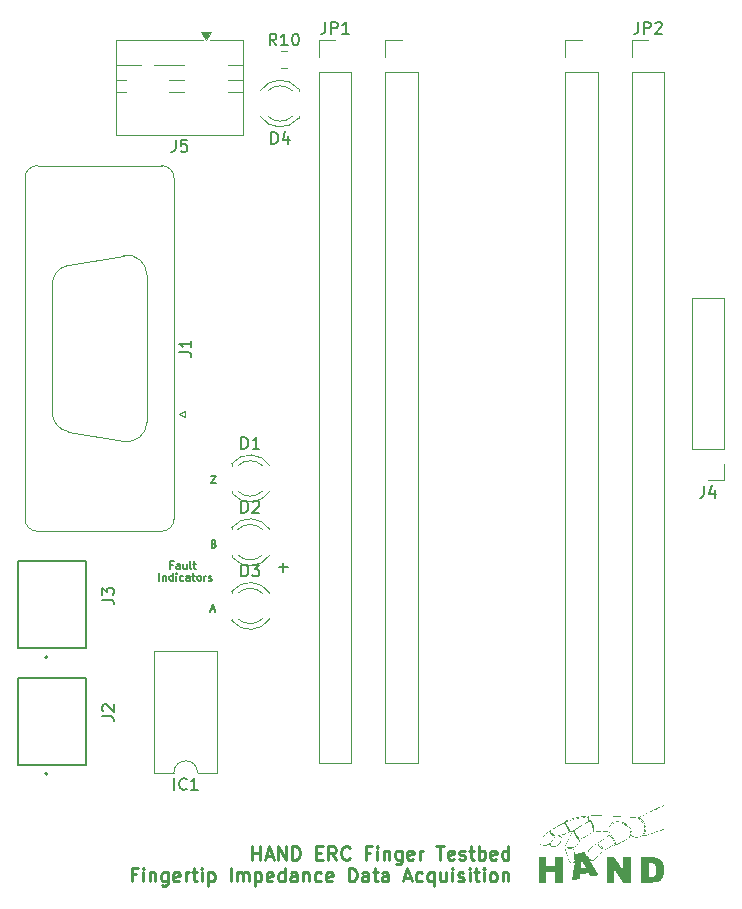
<source format=gbr>
%TF.GenerationSoftware,KiCad,Pcbnew,9.0.5*%
%TF.CreationDate,2025-10-05T13:45:15-05:00*%
%TF.ProjectId,ATO-Encoder-PCB,41544f2d-456e-4636-9f64-65722d504342,rev?*%
%TF.SameCoordinates,Original*%
%TF.FileFunction,Legend,Top*%
%TF.FilePolarity,Positive*%
%FSLAX46Y46*%
G04 Gerber Fmt 4.6, Leading zero omitted, Abs format (unit mm)*
G04 Created by KiCad (PCBNEW 9.0.5) date 2025-10-05 13:45:15*
%MOMM*%
%LPD*%
G01*
G04 APERTURE LIST*
%ADD10C,0.228600*%
%ADD11C,0.127000*%
%ADD12C,0.203200*%
%ADD13C,0.150000*%
%ADD14C,0.000000*%
%ADD15C,0.120000*%
%ADD16C,0.200000*%
G04 APERTURE END LIST*
D10*
X151914891Y-120758064D02*
X151914891Y-119615064D01*
X151914891Y-120159350D02*
X152568034Y-120159350D01*
X152568034Y-120758064D02*
X152568034Y-119615064D01*
X153057892Y-120431493D02*
X153602178Y-120431493D01*
X152949035Y-120758064D02*
X153330035Y-119615064D01*
X153330035Y-119615064D02*
X153711035Y-120758064D01*
X154092034Y-120758064D02*
X154092034Y-119615064D01*
X154092034Y-119615064D02*
X154745177Y-120758064D01*
X154745177Y-120758064D02*
X154745177Y-119615064D01*
X155289463Y-120758064D02*
X155289463Y-119615064D01*
X155289463Y-119615064D02*
X155561606Y-119615064D01*
X155561606Y-119615064D02*
X155724892Y-119669493D01*
X155724892Y-119669493D02*
X155833749Y-119778350D01*
X155833749Y-119778350D02*
X155888178Y-119887207D01*
X155888178Y-119887207D02*
X155942606Y-120104921D01*
X155942606Y-120104921D02*
X155942606Y-120268207D01*
X155942606Y-120268207D02*
X155888178Y-120485921D01*
X155888178Y-120485921D02*
X155833749Y-120594778D01*
X155833749Y-120594778D02*
X155724892Y-120703636D01*
X155724892Y-120703636D02*
X155561606Y-120758064D01*
X155561606Y-120758064D02*
X155289463Y-120758064D01*
X157303320Y-120159350D02*
X157684320Y-120159350D01*
X157847606Y-120758064D02*
X157303320Y-120758064D01*
X157303320Y-120758064D02*
X157303320Y-119615064D01*
X157303320Y-119615064D02*
X157847606Y-119615064D01*
X158990606Y-120758064D02*
X158609606Y-120213778D01*
X158337463Y-120758064D02*
X158337463Y-119615064D01*
X158337463Y-119615064D02*
X158772892Y-119615064D01*
X158772892Y-119615064D02*
X158881749Y-119669493D01*
X158881749Y-119669493D02*
X158936178Y-119723921D01*
X158936178Y-119723921D02*
X158990606Y-119832778D01*
X158990606Y-119832778D02*
X158990606Y-119996064D01*
X158990606Y-119996064D02*
X158936178Y-120104921D01*
X158936178Y-120104921D02*
X158881749Y-120159350D01*
X158881749Y-120159350D02*
X158772892Y-120213778D01*
X158772892Y-120213778D02*
X158337463Y-120213778D01*
X160133606Y-120649207D02*
X160079178Y-120703636D01*
X160079178Y-120703636D02*
X159915892Y-120758064D01*
X159915892Y-120758064D02*
X159807035Y-120758064D01*
X159807035Y-120758064D02*
X159643749Y-120703636D01*
X159643749Y-120703636D02*
X159534892Y-120594778D01*
X159534892Y-120594778D02*
X159480463Y-120485921D01*
X159480463Y-120485921D02*
X159426035Y-120268207D01*
X159426035Y-120268207D02*
X159426035Y-120104921D01*
X159426035Y-120104921D02*
X159480463Y-119887207D01*
X159480463Y-119887207D02*
X159534892Y-119778350D01*
X159534892Y-119778350D02*
X159643749Y-119669493D01*
X159643749Y-119669493D02*
X159807035Y-119615064D01*
X159807035Y-119615064D02*
X159915892Y-119615064D01*
X159915892Y-119615064D02*
X160079178Y-119669493D01*
X160079178Y-119669493D02*
X160133606Y-119723921D01*
X161875320Y-120159350D02*
X161494320Y-120159350D01*
X161494320Y-120758064D02*
X161494320Y-119615064D01*
X161494320Y-119615064D02*
X162038606Y-119615064D01*
X162474034Y-120758064D02*
X162474034Y-119996064D01*
X162474034Y-119615064D02*
X162419606Y-119669493D01*
X162419606Y-119669493D02*
X162474034Y-119723921D01*
X162474034Y-119723921D02*
X162528463Y-119669493D01*
X162528463Y-119669493D02*
X162474034Y-119615064D01*
X162474034Y-119615064D02*
X162474034Y-119723921D01*
X163018320Y-119996064D02*
X163018320Y-120758064D01*
X163018320Y-120104921D02*
X163072749Y-120050493D01*
X163072749Y-120050493D02*
X163181606Y-119996064D01*
X163181606Y-119996064D02*
X163344892Y-119996064D01*
X163344892Y-119996064D02*
X163453749Y-120050493D01*
X163453749Y-120050493D02*
X163508178Y-120159350D01*
X163508178Y-120159350D02*
X163508178Y-120758064D01*
X164542321Y-119996064D02*
X164542321Y-120921350D01*
X164542321Y-120921350D02*
X164487892Y-121030207D01*
X164487892Y-121030207D02*
X164433463Y-121084636D01*
X164433463Y-121084636D02*
X164324606Y-121139064D01*
X164324606Y-121139064D02*
X164161321Y-121139064D01*
X164161321Y-121139064D02*
X164052463Y-121084636D01*
X164542321Y-120703636D02*
X164433463Y-120758064D01*
X164433463Y-120758064D02*
X164215749Y-120758064D01*
X164215749Y-120758064D02*
X164106892Y-120703636D01*
X164106892Y-120703636D02*
X164052463Y-120649207D01*
X164052463Y-120649207D02*
X163998035Y-120540350D01*
X163998035Y-120540350D02*
X163998035Y-120213778D01*
X163998035Y-120213778D02*
X164052463Y-120104921D01*
X164052463Y-120104921D02*
X164106892Y-120050493D01*
X164106892Y-120050493D02*
X164215749Y-119996064D01*
X164215749Y-119996064D02*
X164433463Y-119996064D01*
X164433463Y-119996064D02*
X164542321Y-120050493D01*
X165522035Y-120703636D02*
X165413178Y-120758064D01*
X165413178Y-120758064D02*
X165195464Y-120758064D01*
X165195464Y-120758064D02*
X165086606Y-120703636D01*
X165086606Y-120703636D02*
X165032178Y-120594778D01*
X165032178Y-120594778D02*
X165032178Y-120159350D01*
X165032178Y-120159350D02*
X165086606Y-120050493D01*
X165086606Y-120050493D02*
X165195464Y-119996064D01*
X165195464Y-119996064D02*
X165413178Y-119996064D01*
X165413178Y-119996064D02*
X165522035Y-120050493D01*
X165522035Y-120050493D02*
X165576464Y-120159350D01*
X165576464Y-120159350D02*
X165576464Y-120268207D01*
X165576464Y-120268207D02*
X165032178Y-120377064D01*
X166066320Y-120758064D02*
X166066320Y-119996064D01*
X166066320Y-120213778D02*
X166120749Y-120104921D01*
X166120749Y-120104921D02*
X166175178Y-120050493D01*
X166175178Y-120050493D02*
X166284035Y-119996064D01*
X166284035Y-119996064D02*
X166392892Y-119996064D01*
X167481463Y-119615064D02*
X168134606Y-119615064D01*
X167808034Y-120758064D02*
X167808034Y-119615064D01*
X168951034Y-120703636D02*
X168842177Y-120758064D01*
X168842177Y-120758064D02*
X168624463Y-120758064D01*
X168624463Y-120758064D02*
X168515605Y-120703636D01*
X168515605Y-120703636D02*
X168461177Y-120594778D01*
X168461177Y-120594778D02*
X168461177Y-120159350D01*
X168461177Y-120159350D02*
X168515605Y-120050493D01*
X168515605Y-120050493D02*
X168624463Y-119996064D01*
X168624463Y-119996064D02*
X168842177Y-119996064D01*
X168842177Y-119996064D02*
X168951034Y-120050493D01*
X168951034Y-120050493D02*
X169005463Y-120159350D01*
X169005463Y-120159350D02*
X169005463Y-120268207D01*
X169005463Y-120268207D02*
X168461177Y-120377064D01*
X169440891Y-120703636D02*
X169549748Y-120758064D01*
X169549748Y-120758064D02*
X169767462Y-120758064D01*
X169767462Y-120758064D02*
X169876319Y-120703636D01*
X169876319Y-120703636D02*
X169930748Y-120594778D01*
X169930748Y-120594778D02*
X169930748Y-120540350D01*
X169930748Y-120540350D02*
X169876319Y-120431493D01*
X169876319Y-120431493D02*
X169767462Y-120377064D01*
X169767462Y-120377064D02*
X169604177Y-120377064D01*
X169604177Y-120377064D02*
X169495319Y-120322636D01*
X169495319Y-120322636D02*
X169440891Y-120213778D01*
X169440891Y-120213778D02*
X169440891Y-120159350D01*
X169440891Y-120159350D02*
X169495319Y-120050493D01*
X169495319Y-120050493D02*
X169604177Y-119996064D01*
X169604177Y-119996064D02*
X169767462Y-119996064D01*
X169767462Y-119996064D02*
X169876319Y-120050493D01*
X170257320Y-119996064D02*
X170692748Y-119996064D01*
X170420605Y-119615064D02*
X170420605Y-120594778D01*
X170420605Y-120594778D02*
X170475034Y-120703636D01*
X170475034Y-120703636D02*
X170583891Y-120758064D01*
X170583891Y-120758064D02*
X170692748Y-120758064D01*
X171073748Y-120758064D02*
X171073748Y-119615064D01*
X171073748Y-120050493D02*
X171182606Y-119996064D01*
X171182606Y-119996064D02*
X171400320Y-119996064D01*
X171400320Y-119996064D02*
X171509177Y-120050493D01*
X171509177Y-120050493D02*
X171563606Y-120104921D01*
X171563606Y-120104921D02*
X171618034Y-120213778D01*
X171618034Y-120213778D02*
X171618034Y-120540350D01*
X171618034Y-120540350D02*
X171563606Y-120649207D01*
X171563606Y-120649207D02*
X171509177Y-120703636D01*
X171509177Y-120703636D02*
X171400320Y-120758064D01*
X171400320Y-120758064D02*
X171182606Y-120758064D01*
X171182606Y-120758064D02*
X171073748Y-120703636D01*
X172543320Y-120703636D02*
X172434463Y-120758064D01*
X172434463Y-120758064D02*
X172216749Y-120758064D01*
X172216749Y-120758064D02*
X172107891Y-120703636D01*
X172107891Y-120703636D02*
X172053463Y-120594778D01*
X172053463Y-120594778D02*
X172053463Y-120159350D01*
X172053463Y-120159350D02*
X172107891Y-120050493D01*
X172107891Y-120050493D02*
X172216749Y-119996064D01*
X172216749Y-119996064D02*
X172434463Y-119996064D01*
X172434463Y-119996064D02*
X172543320Y-120050493D01*
X172543320Y-120050493D02*
X172597749Y-120159350D01*
X172597749Y-120159350D02*
X172597749Y-120268207D01*
X172597749Y-120268207D02*
X172053463Y-120377064D01*
X173577463Y-120758064D02*
X173577463Y-119615064D01*
X173577463Y-120703636D02*
X173468605Y-120758064D01*
X173468605Y-120758064D02*
X173250891Y-120758064D01*
X173250891Y-120758064D02*
X173142034Y-120703636D01*
X173142034Y-120703636D02*
X173087605Y-120649207D01*
X173087605Y-120649207D02*
X173033177Y-120540350D01*
X173033177Y-120540350D02*
X173033177Y-120213778D01*
X173033177Y-120213778D02*
X173087605Y-120104921D01*
X173087605Y-120104921D02*
X173142034Y-120050493D01*
X173142034Y-120050493D02*
X173250891Y-119996064D01*
X173250891Y-119996064D02*
X173468605Y-119996064D01*
X173468605Y-119996064D02*
X173577463Y-120050493D01*
X142063318Y-121999516D02*
X141682318Y-121999516D01*
X141682318Y-122598230D02*
X141682318Y-121455230D01*
X141682318Y-121455230D02*
X142226604Y-121455230D01*
X142662032Y-122598230D02*
X142662032Y-121836230D01*
X142662032Y-121455230D02*
X142607604Y-121509659D01*
X142607604Y-121509659D02*
X142662032Y-121564087D01*
X142662032Y-121564087D02*
X142716461Y-121509659D01*
X142716461Y-121509659D02*
X142662032Y-121455230D01*
X142662032Y-121455230D02*
X142662032Y-121564087D01*
X143206318Y-121836230D02*
X143206318Y-122598230D01*
X143206318Y-121945087D02*
X143260747Y-121890659D01*
X143260747Y-121890659D02*
X143369604Y-121836230D01*
X143369604Y-121836230D02*
X143532890Y-121836230D01*
X143532890Y-121836230D02*
X143641747Y-121890659D01*
X143641747Y-121890659D02*
X143696176Y-121999516D01*
X143696176Y-121999516D02*
X143696176Y-122598230D01*
X144730319Y-121836230D02*
X144730319Y-122761516D01*
X144730319Y-122761516D02*
X144675890Y-122870373D01*
X144675890Y-122870373D02*
X144621461Y-122924802D01*
X144621461Y-122924802D02*
X144512604Y-122979230D01*
X144512604Y-122979230D02*
X144349319Y-122979230D01*
X144349319Y-122979230D02*
X144240461Y-122924802D01*
X144730319Y-122543802D02*
X144621461Y-122598230D01*
X144621461Y-122598230D02*
X144403747Y-122598230D01*
X144403747Y-122598230D02*
X144294890Y-122543802D01*
X144294890Y-122543802D02*
X144240461Y-122489373D01*
X144240461Y-122489373D02*
X144186033Y-122380516D01*
X144186033Y-122380516D02*
X144186033Y-122053944D01*
X144186033Y-122053944D02*
X144240461Y-121945087D01*
X144240461Y-121945087D02*
X144294890Y-121890659D01*
X144294890Y-121890659D02*
X144403747Y-121836230D01*
X144403747Y-121836230D02*
X144621461Y-121836230D01*
X144621461Y-121836230D02*
X144730319Y-121890659D01*
X145710033Y-122543802D02*
X145601176Y-122598230D01*
X145601176Y-122598230D02*
X145383462Y-122598230D01*
X145383462Y-122598230D02*
X145274604Y-122543802D01*
X145274604Y-122543802D02*
X145220176Y-122434944D01*
X145220176Y-122434944D02*
X145220176Y-121999516D01*
X145220176Y-121999516D02*
X145274604Y-121890659D01*
X145274604Y-121890659D02*
X145383462Y-121836230D01*
X145383462Y-121836230D02*
X145601176Y-121836230D01*
X145601176Y-121836230D02*
X145710033Y-121890659D01*
X145710033Y-121890659D02*
X145764462Y-121999516D01*
X145764462Y-121999516D02*
X145764462Y-122108373D01*
X145764462Y-122108373D02*
X145220176Y-122217230D01*
X146254318Y-122598230D02*
X146254318Y-121836230D01*
X146254318Y-122053944D02*
X146308747Y-121945087D01*
X146308747Y-121945087D02*
X146363176Y-121890659D01*
X146363176Y-121890659D02*
X146472033Y-121836230D01*
X146472033Y-121836230D02*
X146580890Y-121836230D01*
X146798604Y-121836230D02*
X147234032Y-121836230D01*
X146961889Y-121455230D02*
X146961889Y-122434944D01*
X146961889Y-122434944D02*
X147016318Y-122543802D01*
X147016318Y-122543802D02*
X147125175Y-122598230D01*
X147125175Y-122598230D02*
X147234032Y-122598230D01*
X147615032Y-122598230D02*
X147615032Y-121836230D01*
X147615032Y-121455230D02*
X147560604Y-121509659D01*
X147560604Y-121509659D02*
X147615032Y-121564087D01*
X147615032Y-121564087D02*
X147669461Y-121509659D01*
X147669461Y-121509659D02*
X147615032Y-121455230D01*
X147615032Y-121455230D02*
X147615032Y-121564087D01*
X148159318Y-121836230D02*
X148159318Y-122979230D01*
X148159318Y-121890659D02*
X148268176Y-121836230D01*
X148268176Y-121836230D02*
X148485890Y-121836230D01*
X148485890Y-121836230D02*
X148594747Y-121890659D01*
X148594747Y-121890659D02*
X148649176Y-121945087D01*
X148649176Y-121945087D02*
X148703604Y-122053944D01*
X148703604Y-122053944D02*
X148703604Y-122380516D01*
X148703604Y-122380516D02*
X148649176Y-122489373D01*
X148649176Y-122489373D02*
X148594747Y-122543802D01*
X148594747Y-122543802D02*
X148485890Y-122598230D01*
X148485890Y-122598230D02*
X148268176Y-122598230D01*
X148268176Y-122598230D02*
X148159318Y-122543802D01*
X150064318Y-122598230D02*
X150064318Y-121455230D01*
X150608604Y-122598230D02*
X150608604Y-121836230D01*
X150608604Y-121945087D02*
X150663033Y-121890659D01*
X150663033Y-121890659D02*
X150771890Y-121836230D01*
X150771890Y-121836230D02*
X150935176Y-121836230D01*
X150935176Y-121836230D02*
X151044033Y-121890659D01*
X151044033Y-121890659D02*
X151098462Y-121999516D01*
X151098462Y-121999516D02*
X151098462Y-122598230D01*
X151098462Y-121999516D02*
X151152890Y-121890659D01*
X151152890Y-121890659D02*
X151261747Y-121836230D01*
X151261747Y-121836230D02*
X151425033Y-121836230D01*
X151425033Y-121836230D02*
X151533890Y-121890659D01*
X151533890Y-121890659D02*
X151588319Y-121999516D01*
X151588319Y-121999516D02*
X151588319Y-122598230D01*
X152132604Y-121836230D02*
X152132604Y-122979230D01*
X152132604Y-121890659D02*
X152241462Y-121836230D01*
X152241462Y-121836230D02*
X152459176Y-121836230D01*
X152459176Y-121836230D02*
X152568033Y-121890659D01*
X152568033Y-121890659D02*
X152622462Y-121945087D01*
X152622462Y-121945087D02*
X152676890Y-122053944D01*
X152676890Y-122053944D02*
X152676890Y-122380516D01*
X152676890Y-122380516D02*
X152622462Y-122489373D01*
X152622462Y-122489373D02*
X152568033Y-122543802D01*
X152568033Y-122543802D02*
X152459176Y-122598230D01*
X152459176Y-122598230D02*
X152241462Y-122598230D01*
X152241462Y-122598230D02*
X152132604Y-122543802D01*
X153602176Y-122543802D02*
X153493319Y-122598230D01*
X153493319Y-122598230D02*
X153275605Y-122598230D01*
X153275605Y-122598230D02*
X153166747Y-122543802D01*
X153166747Y-122543802D02*
X153112319Y-122434944D01*
X153112319Y-122434944D02*
X153112319Y-121999516D01*
X153112319Y-121999516D02*
X153166747Y-121890659D01*
X153166747Y-121890659D02*
X153275605Y-121836230D01*
X153275605Y-121836230D02*
X153493319Y-121836230D01*
X153493319Y-121836230D02*
X153602176Y-121890659D01*
X153602176Y-121890659D02*
X153656605Y-121999516D01*
X153656605Y-121999516D02*
X153656605Y-122108373D01*
X153656605Y-122108373D02*
X153112319Y-122217230D01*
X154636319Y-122598230D02*
X154636319Y-121455230D01*
X154636319Y-122543802D02*
X154527461Y-122598230D01*
X154527461Y-122598230D02*
X154309747Y-122598230D01*
X154309747Y-122598230D02*
X154200890Y-122543802D01*
X154200890Y-122543802D02*
X154146461Y-122489373D01*
X154146461Y-122489373D02*
X154092033Y-122380516D01*
X154092033Y-122380516D02*
X154092033Y-122053944D01*
X154092033Y-122053944D02*
X154146461Y-121945087D01*
X154146461Y-121945087D02*
X154200890Y-121890659D01*
X154200890Y-121890659D02*
X154309747Y-121836230D01*
X154309747Y-121836230D02*
X154527461Y-121836230D01*
X154527461Y-121836230D02*
X154636319Y-121890659D01*
X155670462Y-122598230D02*
X155670462Y-121999516D01*
X155670462Y-121999516D02*
X155616033Y-121890659D01*
X155616033Y-121890659D02*
X155507176Y-121836230D01*
X155507176Y-121836230D02*
X155289462Y-121836230D01*
X155289462Y-121836230D02*
X155180604Y-121890659D01*
X155670462Y-122543802D02*
X155561604Y-122598230D01*
X155561604Y-122598230D02*
X155289462Y-122598230D01*
X155289462Y-122598230D02*
X155180604Y-122543802D01*
X155180604Y-122543802D02*
X155126176Y-122434944D01*
X155126176Y-122434944D02*
X155126176Y-122326087D01*
X155126176Y-122326087D02*
X155180604Y-122217230D01*
X155180604Y-122217230D02*
X155289462Y-122162802D01*
X155289462Y-122162802D02*
X155561604Y-122162802D01*
X155561604Y-122162802D02*
X155670462Y-122108373D01*
X156214747Y-121836230D02*
X156214747Y-122598230D01*
X156214747Y-121945087D02*
X156269176Y-121890659D01*
X156269176Y-121890659D02*
X156378033Y-121836230D01*
X156378033Y-121836230D02*
X156541319Y-121836230D01*
X156541319Y-121836230D02*
X156650176Y-121890659D01*
X156650176Y-121890659D02*
X156704605Y-121999516D01*
X156704605Y-121999516D02*
X156704605Y-122598230D01*
X157738748Y-122543802D02*
X157629890Y-122598230D01*
X157629890Y-122598230D02*
X157412176Y-122598230D01*
X157412176Y-122598230D02*
X157303319Y-122543802D01*
X157303319Y-122543802D02*
X157248890Y-122489373D01*
X157248890Y-122489373D02*
X157194462Y-122380516D01*
X157194462Y-122380516D02*
X157194462Y-122053944D01*
X157194462Y-122053944D02*
X157248890Y-121945087D01*
X157248890Y-121945087D02*
X157303319Y-121890659D01*
X157303319Y-121890659D02*
X157412176Y-121836230D01*
X157412176Y-121836230D02*
X157629890Y-121836230D01*
X157629890Y-121836230D02*
X157738748Y-121890659D01*
X158664033Y-122543802D02*
X158555176Y-122598230D01*
X158555176Y-122598230D02*
X158337462Y-122598230D01*
X158337462Y-122598230D02*
X158228604Y-122543802D01*
X158228604Y-122543802D02*
X158174176Y-122434944D01*
X158174176Y-122434944D02*
X158174176Y-121999516D01*
X158174176Y-121999516D02*
X158228604Y-121890659D01*
X158228604Y-121890659D02*
X158337462Y-121836230D01*
X158337462Y-121836230D02*
X158555176Y-121836230D01*
X158555176Y-121836230D02*
X158664033Y-121890659D01*
X158664033Y-121890659D02*
X158718462Y-121999516D01*
X158718462Y-121999516D02*
X158718462Y-122108373D01*
X158718462Y-122108373D02*
X158174176Y-122217230D01*
X160079175Y-122598230D02*
X160079175Y-121455230D01*
X160079175Y-121455230D02*
X160351318Y-121455230D01*
X160351318Y-121455230D02*
X160514604Y-121509659D01*
X160514604Y-121509659D02*
X160623461Y-121618516D01*
X160623461Y-121618516D02*
X160677890Y-121727373D01*
X160677890Y-121727373D02*
X160732318Y-121945087D01*
X160732318Y-121945087D02*
X160732318Y-122108373D01*
X160732318Y-122108373D02*
X160677890Y-122326087D01*
X160677890Y-122326087D02*
X160623461Y-122434944D01*
X160623461Y-122434944D02*
X160514604Y-122543802D01*
X160514604Y-122543802D02*
X160351318Y-122598230D01*
X160351318Y-122598230D02*
X160079175Y-122598230D01*
X161712033Y-122598230D02*
X161712033Y-121999516D01*
X161712033Y-121999516D02*
X161657604Y-121890659D01*
X161657604Y-121890659D02*
X161548747Y-121836230D01*
X161548747Y-121836230D02*
X161331033Y-121836230D01*
X161331033Y-121836230D02*
X161222175Y-121890659D01*
X161712033Y-122543802D02*
X161603175Y-122598230D01*
X161603175Y-122598230D02*
X161331033Y-122598230D01*
X161331033Y-122598230D02*
X161222175Y-122543802D01*
X161222175Y-122543802D02*
X161167747Y-122434944D01*
X161167747Y-122434944D02*
X161167747Y-122326087D01*
X161167747Y-122326087D02*
X161222175Y-122217230D01*
X161222175Y-122217230D02*
X161331033Y-122162802D01*
X161331033Y-122162802D02*
X161603175Y-122162802D01*
X161603175Y-122162802D02*
X161712033Y-122108373D01*
X162093033Y-121836230D02*
X162528461Y-121836230D01*
X162256318Y-121455230D02*
X162256318Y-122434944D01*
X162256318Y-122434944D02*
X162310747Y-122543802D01*
X162310747Y-122543802D02*
X162419604Y-122598230D01*
X162419604Y-122598230D02*
X162528461Y-122598230D01*
X163399319Y-122598230D02*
X163399319Y-121999516D01*
X163399319Y-121999516D02*
X163344890Y-121890659D01*
X163344890Y-121890659D02*
X163236033Y-121836230D01*
X163236033Y-121836230D02*
X163018319Y-121836230D01*
X163018319Y-121836230D02*
X162909461Y-121890659D01*
X163399319Y-122543802D02*
X163290461Y-122598230D01*
X163290461Y-122598230D02*
X163018319Y-122598230D01*
X163018319Y-122598230D02*
X162909461Y-122543802D01*
X162909461Y-122543802D02*
X162855033Y-122434944D01*
X162855033Y-122434944D02*
X162855033Y-122326087D01*
X162855033Y-122326087D02*
X162909461Y-122217230D01*
X162909461Y-122217230D02*
X163018319Y-122162802D01*
X163018319Y-122162802D02*
X163290461Y-122162802D01*
X163290461Y-122162802D02*
X163399319Y-122108373D01*
X164760033Y-122271659D02*
X165304319Y-122271659D01*
X164651176Y-122598230D02*
X165032176Y-121455230D01*
X165032176Y-121455230D02*
X165413176Y-122598230D01*
X166284033Y-122543802D02*
X166175175Y-122598230D01*
X166175175Y-122598230D02*
X165957461Y-122598230D01*
X165957461Y-122598230D02*
X165848604Y-122543802D01*
X165848604Y-122543802D02*
X165794175Y-122489373D01*
X165794175Y-122489373D02*
X165739747Y-122380516D01*
X165739747Y-122380516D02*
X165739747Y-122053944D01*
X165739747Y-122053944D02*
X165794175Y-121945087D01*
X165794175Y-121945087D02*
X165848604Y-121890659D01*
X165848604Y-121890659D02*
X165957461Y-121836230D01*
X165957461Y-121836230D02*
X166175175Y-121836230D01*
X166175175Y-121836230D02*
X166284033Y-121890659D01*
X167263747Y-121836230D02*
X167263747Y-122979230D01*
X167263747Y-122543802D02*
X167154889Y-122598230D01*
X167154889Y-122598230D02*
X166937175Y-122598230D01*
X166937175Y-122598230D02*
X166828318Y-122543802D01*
X166828318Y-122543802D02*
X166773889Y-122489373D01*
X166773889Y-122489373D02*
X166719461Y-122380516D01*
X166719461Y-122380516D02*
X166719461Y-122053944D01*
X166719461Y-122053944D02*
X166773889Y-121945087D01*
X166773889Y-121945087D02*
X166828318Y-121890659D01*
X166828318Y-121890659D02*
X166937175Y-121836230D01*
X166937175Y-121836230D02*
X167154889Y-121836230D01*
X167154889Y-121836230D02*
X167263747Y-121890659D01*
X168297890Y-121836230D02*
X168297890Y-122598230D01*
X167808032Y-121836230D02*
X167808032Y-122434944D01*
X167808032Y-122434944D02*
X167862461Y-122543802D01*
X167862461Y-122543802D02*
X167971318Y-122598230D01*
X167971318Y-122598230D02*
X168134604Y-122598230D01*
X168134604Y-122598230D02*
X168243461Y-122543802D01*
X168243461Y-122543802D02*
X168297890Y-122489373D01*
X168842175Y-122598230D02*
X168842175Y-121836230D01*
X168842175Y-121455230D02*
X168787747Y-121509659D01*
X168787747Y-121509659D02*
X168842175Y-121564087D01*
X168842175Y-121564087D02*
X168896604Y-121509659D01*
X168896604Y-121509659D02*
X168842175Y-121455230D01*
X168842175Y-121455230D02*
X168842175Y-121564087D01*
X169332033Y-122543802D02*
X169440890Y-122598230D01*
X169440890Y-122598230D02*
X169658604Y-122598230D01*
X169658604Y-122598230D02*
X169767461Y-122543802D01*
X169767461Y-122543802D02*
X169821890Y-122434944D01*
X169821890Y-122434944D02*
X169821890Y-122380516D01*
X169821890Y-122380516D02*
X169767461Y-122271659D01*
X169767461Y-122271659D02*
X169658604Y-122217230D01*
X169658604Y-122217230D02*
X169495319Y-122217230D01*
X169495319Y-122217230D02*
X169386461Y-122162802D01*
X169386461Y-122162802D02*
X169332033Y-122053944D01*
X169332033Y-122053944D02*
X169332033Y-121999516D01*
X169332033Y-121999516D02*
X169386461Y-121890659D01*
X169386461Y-121890659D02*
X169495319Y-121836230D01*
X169495319Y-121836230D02*
X169658604Y-121836230D01*
X169658604Y-121836230D02*
X169767461Y-121890659D01*
X170311747Y-122598230D02*
X170311747Y-121836230D01*
X170311747Y-121455230D02*
X170257319Y-121509659D01*
X170257319Y-121509659D02*
X170311747Y-121564087D01*
X170311747Y-121564087D02*
X170366176Y-121509659D01*
X170366176Y-121509659D02*
X170311747Y-121455230D01*
X170311747Y-121455230D02*
X170311747Y-121564087D01*
X170692748Y-121836230D02*
X171128176Y-121836230D01*
X170856033Y-121455230D02*
X170856033Y-122434944D01*
X170856033Y-122434944D02*
X170910462Y-122543802D01*
X170910462Y-122543802D02*
X171019319Y-122598230D01*
X171019319Y-122598230D02*
X171128176Y-122598230D01*
X171509176Y-122598230D02*
X171509176Y-121836230D01*
X171509176Y-121455230D02*
X171454748Y-121509659D01*
X171454748Y-121509659D02*
X171509176Y-121564087D01*
X171509176Y-121564087D02*
X171563605Y-121509659D01*
X171563605Y-121509659D02*
X171509176Y-121455230D01*
X171509176Y-121455230D02*
X171509176Y-121564087D01*
X172216748Y-122598230D02*
X172107891Y-122543802D01*
X172107891Y-122543802D02*
X172053462Y-122489373D01*
X172053462Y-122489373D02*
X171999034Y-122380516D01*
X171999034Y-122380516D02*
X171999034Y-122053944D01*
X171999034Y-122053944D02*
X172053462Y-121945087D01*
X172053462Y-121945087D02*
X172107891Y-121890659D01*
X172107891Y-121890659D02*
X172216748Y-121836230D01*
X172216748Y-121836230D02*
X172380034Y-121836230D01*
X172380034Y-121836230D02*
X172488891Y-121890659D01*
X172488891Y-121890659D02*
X172543320Y-121945087D01*
X172543320Y-121945087D02*
X172597748Y-122053944D01*
X172597748Y-122053944D02*
X172597748Y-122380516D01*
X172597748Y-122380516D02*
X172543320Y-122489373D01*
X172543320Y-122489373D02*
X172488891Y-122543802D01*
X172488891Y-122543802D02*
X172380034Y-122598230D01*
X172380034Y-122598230D02*
X172216748Y-122598230D01*
X173087605Y-121836230D02*
X173087605Y-122598230D01*
X173087605Y-121945087D02*
X173142034Y-121890659D01*
X173142034Y-121890659D02*
X173250891Y-121836230D01*
X173250891Y-121836230D02*
X173414177Y-121836230D01*
X173414177Y-121836230D02*
X173523034Y-121890659D01*
X173523034Y-121890659D02*
X173577463Y-121999516D01*
X173577463Y-121999516D02*
X173577463Y-122598230D01*
D11*
X148394562Y-88259500D02*
X148817895Y-88259500D01*
X148817895Y-88259500D02*
X148394562Y-88894500D01*
X148394562Y-88894500D02*
X148817895Y-88894500D01*
X148666705Y-94011881D02*
X148757419Y-94042119D01*
X148757419Y-94042119D02*
X148787657Y-94072357D01*
X148787657Y-94072357D02*
X148817895Y-94132833D01*
X148817895Y-94132833D02*
X148817895Y-94223547D01*
X148817895Y-94223547D02*
X148787657Y-94284023D01*
X148787657Y-94284023D02*
X148757419Y-94314262D01*
X148757419Y-94314262D02*
X148696943Y-94344500D01*
X148696943Y-94344500D02*
X148455038Y-94344500D01*
X148455038Y-94344500D02*
X148455038Y-93709500D01*
X148455038Y-93709500D02*
X148666705Y-93709500D01*
X148666705Y-93709500D02*
X148727181Y-93739738D01*
X148727181Y-93739738D02*
X148757419Y-93769976D01*
X148757419Y-93769976D02*
X148787657Y-93830452D01*
X148787657Y-93830452D02*
X148787657Y-93890928D01*
X148787657Y-93890928D02*
X148757419Y-93951404D01*
X148757419Y-93951404D02*
X148727181Y-93981642D01*
X148727181Y-93981642D02*
X148666705Y-94011881D01*
X148666705Y-94011881D02*
X148455038Y-94011881D01*
X148424800Y-99563071D02*
X148727181Y-99563071D01*
X148364324Y-99744500D02*
X148575990Y-99109500D01*
X148575990Y-99109500D02*
X148787657Y-99744500D01*
D12*
X154125588Y-95978046D02*
X154899684Y-95978046D01*
X154512636Y-96365093D02*
X154512636Y-95590998D01*
D11*
X145163766Y-95776963D02*
X144952099Y-95776963D01*
X144952099Y-96109582D02*
X144952099Y-95474582D01*
X144952099Y-95474582D02*
X145254480Y-95474582D01*
X145768528Y-96109582D02*
X145768528Y-95776963D01*
X145768528Y-95776963D02*
X145738290Y-95716486D01*
X145738290Y-95716486D02*
X145677814Y-95686248D01*
X145677814Y-95686248D02*
X145556861Y-95686248D01*
X145556861Y-95686248D02*
X145496385Y-95716486D01*
X145768528Y-96079344D02*
X145708052Y-96109582D01*
X145708052Y-96109582D02*
X145556861Y-96109582D01*
X145556861Y-96109582D02*
X145496385Y-96079344D01*
X145496385Y-96079344D02*
X145466147Y-96018867D01*
X145466147Y-96018867D02*
X145466147Y-95958391D01*
X145466147Y-95958391D02*
X145496385Y-95897915D01*
X145496385Y-95897915D02*
X145556861Y-95867677D01*
X145556861Y-95867677D02*
X145708052Y-95867677D01*
X145708052Y-95867677D02*
X145768528Y-95837439D01*
X146343052Y-95686248D02*
X146343052Y-96109582D01*
X146070909Y-95686248D02*
X146070909Y-96018867D01*
X146070909Y-96018867D02*
X146101147Y-96079344D01*
X146101147Y-96079344D02*
X146161623Y-96109582D01*
X146161623Y-96109582D02*
X146252338Y-96109582D01*
X146252338Y-96109582D02*
X146312814Y-96079344D01*
X146312814Y-96079344D02*
X146343052Y-96049105D01*
X146736147Y-96109582D02*
X146675671Y-96079344D01*
X146675671Y-96079344D02*
X146645433Y-96018867D01*
X146645433Y-96018867D02*
X146645433Y-95474582D01*
X146887338Y-95686248D02*
X147129242Y-95686248D01*
X146978052Y-95474582D02*
X146978052Y-96018867D01*
X146978052Y-96018867D02*
X147008290Y-96079344D01*
X147008290Y-96079344D02*
X147068766Y-96109582D01*
X147068766Y-96109582D02*
X147129242Y-96109582D01*
X144029837Y-97131896D02*
X144029837Y-96496896D01*
X144332218Y-96708562D02*
X144332218Y-97131896D01*
X144332218Y-96769038D02*
X144362456Y-96738800D01*
X144362456Y-96738800D02*
X144422932Y-96708562D01*
X144422932Y-96708562D02*
X144513647Y-96708562D01*
X144513647Y-96708562D02*
X144574123Y-96738800D01*
X144574123Y-96738800D02*
X144604361Y-96799277D01*
X144604361Y-96799277D02*
X144604361Y-97131896D01*
X145178885Y-97131896D02*
X145178885Y-96496896D01*
X145178885Y-97101658D02*
X145118409Y-97131896D01*
X145118409Y-97131896D02*
X144997456Y-97131896D01*
X144997456Y-97131896D02*
X144936980Y-97101658D01*
X144936980Y-97101658D02*
X144906742Y-97071419D01*
X144906742Y-97071419D02*
X144876504Y-97010943D01*
X144876504Y-97010943D02*
X144876504Y-96829515D01*
X144876504Y-96829515D02*
X144906742Y-96769038D01*
X144906742Y-96769038D02*
X144936980Y-96738800D01*
X144936980Y-96738800D02*
X144997456Y-96708562D01*
X144997456Y-96708562D02*
X145118409Y-96708562D01*
X145118409Y-96708562D02*
X145178885Y-96738800D01*
X145481266Y-97131896D02*
X145481266Y-96708562D01*
X145481266Y-96496896D02*
X145451028Y-96527134D01*
X145451028Y-96527134D02*
X145481266Y-96557372D01*
X145481266Y-96557372D02*
X145511504Y-96527134D01*
X145511504Y-96527134D02*
X145481266Y-96496896D01*
X145481266Y-96496896D02*
X145481266Y-96557372D01*
X146055790Y-97101658D02*
X145995314Y-97131896D01*
X145995314Y-97131896D02*
X145874361Y-97131896D01*
X145874361Y-97131896D02*
X145813885Y-97101658D01*
X145813885Y-97101658D02*
X145783647Y-97071419D01*
X145783647Y-97071419D02*
X145753409Y-97010943D01*
X145753409Y-97010943D02*
X145753409Y-96829515D01*
X145753409Y-96829515D02*
X145783647Y-96769038D01*
X145783647Y-96769038D02*
X145813885Y-96738800D01*
X145813885Y-96738800D02*
X145874361Y-96708562D01*
X145874361Y-96708562D02*
X145995314Y-96708562D01*
X145995314Y-96708562D02*
X146055790Y-96738800D01*
X146600076Y-97131896D02*
X146600076Y-96799277D01*
X146600076Y-96799277D02*
X146569838Y-96738800D01*
X146569838Y-96738800D02*
X146509362Y-96708562D01*
X146509362Y-96708562D02*
X146388409Y-96708562D01*
X146388409Y-96708562D02*
X146327933Y-96738800D01*
X146600076Y-97101658D02*
X146539600Y-97131896D01*
X146539600Y-97131896D02*
X146388409Y-97131896D01*
X146388409Y-97131896D02*
X146327933Y-97101658D01*
X146327933Y-97101658D02*
X146297695Y-97041181D01*
X146297695Y-97041181D02*
X146297695Y-96980705D01*
X146297695Y-96980705D02*
X146327933Y-96920229D01*
X146327933Y-96920229D02*
X146388409Y-96889991D01*
X146388409Y-96889991D02*
X146539600Y-96889991D01*
X146539600Y-96889991D02*
X146600076Y-96859753D01*
X146811743Y-96708562D02*
X147053647Y-96708562D01*
X146902457Y-96496896D02*
X146902457Y-97041181D01*
X146902457Y-97041181D02*
X146932695Y-97101658D01*
X146932695Y-97101658D02*
X146993171Y-97131896D01*
X146993171Y-97131896D02*
X147053647Y-97131896D01*
X147356028Y-97131896D02*
X147295552Y-97101658D01*
X147295552Y-97101658D02*
X147265314Y-97071419D01*
X147265314Y-97071419D02*
X147235076Y-97010943D01*
X147235076Y-97010943D02*
X147235076Y-96829515D01*
X147235076Y-96829515D02*
X147265314Y-96769038D01*
X147265314Y-96769038D02*
X147295552Y-96738800D01*
X147295552Y-96738800D02*
X147356028Y-96708562D01*
X147356028Y-96708562D02*
X147446743Y-96708562D01*
X147446743Y-96708562D02*
X147507219Y-96738800D01*
X147507219Y-96738800D02*
X147537457Y-96769038D01*
X147537457Y-96769038D02*
X147567695Y-96829515D01*
X147567695Y-96829515D02*
X147567695Y-97010943D01*
X147567695Y-97010943D02*
X147537457Y-97071419D01*
X147537457Y-97071419D02*
X147507219Y-97101658D01*
X147507219Y-97101658D02*
X147446743Y-97131896D01*
X147446743Y-97131896D02*
X147356028Y-97131896D01*
X147839838Y-97131896D02*
X147839838Y-96708562D01*
X147839838Y-96829515D02*
X147870076Y-96769038D01*
X147870076Y-96769038D02*
X147900314Y-96738800D01*
X147900314Y-96738800D02*
X147960790Y-96708562D01*
X147960790Y-96708562D02*
X148021267Y-96708562D01*
X148202695Y-97101658D02*
X148263171Y-97131896D01*
X148263171Y-97131896D02*
X148384123Y-97131896D01*
X148384123Y-97131896D02*
X148444600Y-97101658D01*
X148444600Y-97101658D02*
X148474838Y-97041181D01*
X148474838Y-97041181D02*
X148474838Y-97010943D01*
X148474838Y-97010943D02*
X148444600Y-96950467D01*
X148444600Y-96950467D02*
X148384123Y-96920229D01*
X148384123Y-96920229D02*
X148293409Y-96920229D01*
X148293409Y-96920229D02*
X148232933Y-96889991D01*
X148232933Y-96889991D02*
X148202695Y-96829515D01*
X148202695Y-96829515D02*
X148202695Y-96799277D01*
X148202695Y-96799277D02*
X148232933Y-96738800D01*
X148232933Y-96738800D02*
X148293409Y-96708562D01*
X148293409Y-96708562D02*
X148384123Y-96708562D01*
X148384123Y-96708562D02*
X148444600Y-96738800D01*
D13*
X153518231Y-60144434D02*
X153518231Y-59144434D01*
X153518231Y-59144434D02*
X153756326Y-59144434D01*
X153756326Y-59144434D02*
X153899183Y-59192053D01*
X153899183Y-59192053D02*
X153994421Y-59287291D01*
X153994421Y-59287291D02*
X154042040Y-59382529D01*
X154042040Y-59382529D02*
X154089659Y-59573005D01*
X154089659Y-59573005D02*
X154089659Y-59715862D01*
X154089659Y-59715862D02*
X154042040Y-59906338D01*
X154042040Y-59906338D02*
X153994421Y-60001576D01*
X153994421Y-60001576D02*
X153899183Y-60096815D01*
X153899183Y-60096815D02*
X153756326Y-60144434D01*
X153756326Y-60144434D02*
X153518231Y-60144434D01*
X154946802Y-59477767D02*
X154946802Y-60144434D01*
X154708707Y-59096815D02*
X154470612Y-59811100D01*
X154470612Y-59811100D02*
X155089659Y-59811100D01*
X150982901Y-96766111D02*
X150982901Y-95766111D01*
X150982901Y-95766111D02*
X151220996Y-95766111D01*
X151220996Y-95766111D02*
X151363853Y-95813730D01*
X151363853Y-95813730D02*
X151459091Y-95908968D01*
X151459091Y-95908968D02*
X151506710Y-96004206D01*
X151506710Y-96004206D02*
X151554329Y-96194682D01*
X151554329Y-96194682D02*
X151554329Y-96337539D01*
X151554329Y-96337539D02*
X151506710Y-96528015D01*
X151506710Y-96528015D02*
X151459091Y-96623253D01*
X151459091Y-96623253D02*
X151363853Y-96718492D01*
X151363853Y-96718492D02*
X151220996Y-96766111D01*
X151220996Y-96766111D02*
X150982901Y-96766111D01*
X151887663Y-95766111D02*
X152506710Y-95766111D01*
X152506710Y-95766111D02*
X152173377Y-96147063D01*
X152173377Y-96147063D02*
X152316234Y-96147063D01*
X152316234Y-96147063D02*
X152411472Y-96194682D01*
X152411472Y-96194682D02*
X152459091Y-96242301D01*
X152459091Y-96242301D02*
X152506710Y-96337539D01*
X152506710Y-96337539D02*
X152506710Y-96575634D01*
X152506710Y-96575634D02*
X152459091Y-96670872D01*
X152459091Y-96670872D02*
X152411472Y-96718492D01*
X152411472Y-96718492D02*
X152316234Y-96766111D01*
X152316234Y-96766111D02*
X152030520Y-96766111D01*
X152030520Y-96766111D02*
X151935282Y-96718492D01*
X151935282Y-96718492D02*
X151887663Y-96670872D01*
X150982901Y-91366111D02*
X150982901Y-90366111D01*
X150982901Y-90366111D02*
X151220996Y-90366111D01*
X151220996Y-90366111D02*
X151363853Y-90413730D01*
X151363853Y-90413730D02*
X151459091Y-90508968D01*
X151459091Y-90508968D02*
X151506710Y-90604206D01*
X151506710Y-90604206D02*
X151554329Y-90794682D01*
X151554329Y-90794682D02*
X151554329Y-90937539D01*
X151554329Y-90937539D02*
X151506710Y-91128015D01*
X151506710Y-91128015D02*
X151459091Y-91223253D01*
X151459091Y-91223253D02*
X151363853Y-91318492D01*
X151363853Y-91318492D02*
X151220996Y-91366111D01*
X151220996Y-91366111D02*
X150982901Y-91366111D01*
X151935282Y-90461349D02*
X151982901Y-90413730D01*
X151982901Y-90413730D02*
X152078139Y-90366111D01*
X152078139Y-90366111D02*
X152316234Y-90366111D01*
X152316234Y-90366111D02*
X152411472Y-90413730D01*
X152411472Y-90413730D02*
X152459091Y-90461349D01*
X152459091Y-90461349D02*
X152506710Y-90556587D01*
X152506710Y-90556587D02*
X152506710Y-90651825D01*
X152506710Y-90651825D02*
X152459091Y-90794682D01*
X152459091Y-90794682D02*
X151887663Y-91366111D01*
X151887663Y-91366111D02*
X152506710Y-91366111D01*
X150982901Y-85966111D02*
X150982901Y-84966111D01*
X150982901Y-84966111D02*
X151220996Y-84966111D01*
X151220996Y-84966111D02*
X151363853Y-85013730D01*
X151363853Y-85013730D02*
X151459091Y-85108968D01*
X151459091Y-85108968D02*
X151506710Y-85204206D01*
X151506710Y-85204206D02*
X151554329Y-85394682D01*
X151554329Y-85394682D02*
X151554329Y-85537539D01*
X151554329Y-85537539D02*
X151506710Y-85728015D01*
X151506710Y-85728015D02*
X151459091Y-85823253D01*
X151459091Y-85823253D02*
X151363853Y-85918492D01*
X151363853Y-85918492D02*
X151220996Y-85966111D01*
X151220996Y-85966111D02*
X150982901Y-85966111D01*
X152506710Y-85966111D02*
X151935282Y-85966111D01*
X152220996Y-85966111D02*
X152220996Y-84966111D01*
X152220996Y-84966111D02*
X152125758Y-85108968D01*
X152125758Y-85108968D02*
X152030520Y-85204206D01*
X152030520Y-85204206D02*
X151935282Y-85251825D01*
X153944642Y-51804819D02*
X153611309Y-51328628D01*
X153373214Y-51804819D02*
X153373214Y-50804819D01*
X153373214Y-50804819D02*
X153754166Y-50804819D01*
X153754166Y-50804819D02*
X153849404Y-50852438D01*
X153849404Y-50852438D02*
X153897023Y-50900057D01*
X153897023Y-50900057D02*
X153944642Y-50995295D01*
X153944642Y-50995295D02*
X153944642Y-51138152D01*
X153944642Y-51138152D02*
X153897023Y-51233390D01*
X153897023Y-51233390D02*
X153849404Y-51281009D01*
X153849404Y-51281009D02*
X153754166Y-51328628D01*
X153754166Y-51328628D02*
X153373214Y-51328628D01*
X154897023Y-51804819D02*
X154325595Y-51804819D01*
X154611309Y-51804819D02*
X154611309Y-50804819D01*
X154611309Y-50804819D02*
X154516071Y-50947676D01*
X154516071Y-50947676D02*
X154420833Y-51042914D01*
X154420833Y-51042914D02*
X154325595Y-51090533D01*
X155516071Y-50804819D02*
X155611309Y-50804819D01*
X155611309Y-50804819D02*
X155706547Y-50852438D01*
X155706547Y-50852438D02*
X155754166Y-50900057D01*
X155754166Y-50900057D02*
X155801785Y-50995295D01*
X155801785Y-50995295D02*
X155849404Y-51185771D01*
X155849404Y-51185771D02*
X155849404Y-51423866D01*
X155849404Y-51423866D02*
X155801785Y-51614342D01*
X155801785Y-51614342D02*
X155754166Y-51709580D01*
X155754166Y-51709580D02*
X155706547Y-51757200D01*
X155706547Y-51757200D02*
X155611309Y-51804819D01*
X155611309Y-51804819D02*
X155516071Y-51804819D01*
X155516071Y-51804819D02*
X155420833Y-51757200D01*
X155420833Y-51757200D02*
X155373214Y-51709580D01*
X155373214Y-51709580D02*
X155325595Y-51614342D01*
X155325595Y-51614342D02*
X155277976Y-51423866D01*
X155277976Y-51423866D02*
X155277976Y-51185771D01*
X155277976Y-51185771D02*
X155325595Y-50995295D01*
X155325595Y-50995295D02*
X155373214Y-50900057D01*
X155373214Y-50900057D02*
X155420833Y-50852438D01*
X155420833Y-50852438D02*
X155516071Y-50804819D01*
X145416665Y-59812252D02*
X145416665Y-60526537D01*
X145416665Y-60526537D02*
X145369046Y-60669394D01*
X145369046Y-60669394D02*
X145273808Y-60764633D01*
X145273808Y-60764633D02*
X145130951Y-60812252D01*
X145130951Y-60812252D02*
X145035713Y-60812252D01*
X146369046Y-59812252D02*
X145892856Y-59812252D01*
X145892856Y-59812252D02*
X145845237Y-60288442D01*
X145845237Y-60288442D02*
X145892856Y-60240823D01*
X145892856Y-60240823D02*
X145988094Y-60193204D01*
X145988094Y-60193204D02*
X146226189Y-60193204D01*
X146226189Y-60193204D02*
X146321427Y-60240823D01*
X146321427Y-60240823D02*
X146369046Y-60288442D01*
X146369046Y-60288442D02*
X146416665Y-60383680D01*
X146416665Y-60383680D02*
X146416665Y-60621775D01*
X146416665Y-60621775D02*
X146369046Y-60717013D01*
X146369046Y-60717013D02*
X146321427Y-60764633D01*
X146321427Y-60764633D02*
X146226189Y-60812252D01*
X146226189Y-60812252D02*
X145988094Y-60812252D01*
X145988094Y-60812252D02*
X145892856Y-60764633D01*
X145892856Y-60764633D02*
X145845237Y-60717013D01*
X145292110Y-114838946D02*
X145292110Y-113838946D01*
X146339728Y-114743707D02*
X146292109Y-114791327D01*
X146292109Y-114791327D02*
X146149252Y-114838946D01*
X146149252Y-114838946D02*
X146054014Y-114838946D01*
X146054014Y-114838946D02*
X145911157Y-114791327D01*
X145911157Y-114791327D02*
X145815919Y-114696088D01*
X145815919Y-114696088D02*
X145768300Y-114600850D01*
X145768300Y-114600850D02*
X145720681Y-114410374D01*
X145720681Y-114410374D02*
X145720681Y-114267517D01*
X145720681Y-114267517D02*
X145768300Y-114077041D01*
X145768300Y-114077041D02*
X145815919Y-113981803D01*
X145815919Y-113981803D02*
X145911157Y-113886565D01*
X145911157Y-113886565D02*
X146054014Y-113838946D01*
X146054014Y-113838946D02*
X146149252Y-113838946D01*
X146149252Y-113838946D02*
X146292109Y-113886565D01*
X146292109Y-113886565D02*
X146339728Y-113934184D01*
X147292109Y-114838946D02*
X146720681Y-114838946D01*
X147006395Y-114838946D02*
X147006395Y-113838946D01*
X147006395Y-113838946D02*
X146911157Y-113981803D01*
X146911157Y-113981803D02*
X146815919Y-114077041D01*
X146815919Y-114077041D02*
X146720681Y-114124660D01*
X139193119Y-98727460D02*
X139907404Y-98727460D01*
X139907404Y-98727460D02*
X140050261Y-98775079D01*
X140050261Y-98775079D02*
X140145500Y-98870317D01*
X140145500Y-98870317D02*
X140193119Y-99013174D01*
X140193119Y-99013174D02*
X140193119Y-99108412D01*
X139193119Y-98346507D02*
X139193119Y-97727460D01*
X139193119Y-97727460D02*
X139574071Y-98060793D01*
X139574071Y-98060793D02*
X139574071Y-97917936D01*
X139574071Y-97917936D02*
X139621690Y-97822698D01*
X139621690Y-97822698D02*
X139669309Y-97775079D01*
X139669309Y-97775079D02*
X139764547Y-97727460D01*
X139764547Y-97727460D02*
X140002642Y-97727460D01*
X140002642Y-97727460D02*
X140097880Y-97775079D01*
X140097880Y-97775079D02*
X140145500Y-97822698D01*
X140145500Y-97822698D02*
X140193119Y-97917936D01*
X140193119Y-97917936D02*
X140193119Y-98203650D01*
X140193119Y-98203650D02*
X140145500Y-98298888D01*
X140145500Y-98298888D02*
X140097880Y-98346507D01*
X158082329Y-49832451D02*
X158082329Y-50546736D01*
X158082329Y-50546736D02*
X158034710Y-50689593D01*
X158034710Y-50689593D02*
X157939472Y-50784832D01*
X157939472Y-50784832D02*
X157796615Y-50832451D01*
X157796615Y-50832451D02*
X157701377Y-50832451D01*
X158558520Y-50832451D02*
X158558520Y-49832451D01*
X158558520Y-49832451D02*
X158939472Y-49832451D01*
X158939472Y-49832451D02*
X159034710Y-49880070D01*
X159034710Y-49880070D02*
X159082329Y-49927689D01*
X159082329Y-49927689D02*
X159129948Y-50022927D01*
X159129948Y-50022927D02*
X159129948Y-50165784D01*
X159129948Y-50165784D02*
X159082329Y-50261022D01*
X159082329Y-50261022D02*
X159034710Y-50308641D01*
X159034710Y-50308641D02*
X158939472Y-50356260D01*
X158939472Y-50356260D02*
X158558520Y-50356260D01*
X160082329Y-50832451D02*
X159510901Y-50832451D01*
X159796615Y-50832451D02*
X159796615Y-49832451D01*
X159796615Y-49832451D02*
X159701377Y-49975308D01*
X159701377Y-49975308D02*
X159606139Y-50070546D01*
X159606139Y-50070546D02*
X159510901Y-50118165D01*
X184579449Y-49832451D02*
X184579449Y-50546736D01*
X184579449Y-50546736D02*
X184531830Y-50689593D01*
X184531830Y-50689593D02*
X184436592Y-50784832D01*
X184436592Y-50784832D02*
X184293735Y-50832451D01*
X184293735Y-50832451D02*
X184198497Y-50832451D01*
X185055640Y-50832451D02*
X185055640Y-49832451D01*
X185055640Y-49832451D02*
X185436592Y-49832451D01*
X185436592Y-49832451D02*
X185531830Y-49880070D01*
X185531830Y-49880070D02*
X185579449Y-49927689D01*
X185579449Y-49927689D02*
X185627068Y-50022927D01*
X185627068Y-50022927D02*
X185627068Y-50165784D01*
X185627068Y-50165784D02*
X185579449Y-50261022D01*
X185579449Y-50261022D02*
X185531830Y-50308641D01*
X185531830Y-50308641D02*
X185436592Y-50356260D01*
X185436592Y-50356260D02*
X185055640Y-50356260D01*
X186008021Y-49927689D02*
X186055640Y-49880070D01*
X186055640Y-49880070D02*
X186150878Y-49832451D01*
X186150878Y-49832451D02*
X186388973Y-49832451D01*
X186388973Y-49832451D02*
X186484211Y-49880070D01*
X186484211Y-49880070D02*
X186531830Y-49927689D01*
X186531830Y-49927689D02*
X186579449Y-50022927D01*
X186579449Y-50022927D02*
X186579449Y-50118165D01*
X186579449Y-50118165D02*
X186531830Y-50261022D01*
X186531830Y-50261022D02*
X185960402Y-50832451D01*
X185960402Y-50832451D02*
X186579449Y-50832451D01*
X139193119Y-108609960D02*
X139907404Y-108609960D01*
X139907404Y-108609960D02*
X140050261Y-108657579D01*
X140050261Y-108657579D02*
X140145500Y-108752817D01*
X140145500Y-108752817D02*
X140193119Y-108895674D01*
X140193119Y-108895674D02*
X140193119Y-108990912D01*
X139288357Y-108181388D02*
X139240738Y-108133769D01*
X139240738Y-108133769D02*
X139193119Y-108038531D01*
X139193119Y-108038531D02*
X139193119Y-107800436D01*
X139193119Y-107800436D02*
X139240738Y-107705198D01*
X139240738Y-107705198D02*
X139288357Y-107657579D01*
X139288357Y-107657579D02*
X139383595Y-107609960D01*
X139383595Y-107609960D02*
X139478833Y-107609960D01*
X139478833Y-107609960D02*
X139621690Y-107657579D01*
X139621690Y-107657579D02*
X140193119Y-108229007D01*
X140193119Y-108229007D02*
X140193119Y-107609960D01*
X190150437Y-89093820D02*
X190150437Y-89808105D01*
X190150437Y-89808105D02*
X190102818Y-89950962D01*
X190102818Y-89950962D02*
X190007580Y-90046201D01*
X190007580Y-90046201D02*
X189864723Y-90093820D01*
X189864723Y-90093820D02*
X189769485Y-90093820D01*
X191055199Y-89427153D02*
X191055199Y-90093820D01*
X190817104Y-89046201D02*
X190579009Y-89760486D01*
X190579009Y-89760486D02*
X191198056Y-89760486D01*
X145732339Y-77798354D02*
X146446624Y-77798354D01*
X146446624Y-77798354D02*
X146589481Y-77845973D01*
X146589481Y-77845973D02*
X146684720Y-77941211D01*
X146684720Y-77941211D02*
X146732339Y-78084068D01*
X146732339Y-78084068D02*
X146732339Y-78179306D01*
X146732339Y-76798354D02*
X146732339Y-77369782D01*
X146732339Y-77084068D02*
X145732339Y-77084068D01*
X145732339Y-77084068D02*
X145875196Y-77179306D01*
X145875196Y-77179306D02*
X145970434Y-77274544D01*
X145970434Y-77274544D02*
X146018053Y-77369782D01*
D14*
%TO.C,G\u002A\u002A\u002A*%
G36*
X176807881Y-120927703D02*
G01*
X176807881Y-121303235D01*
X177163345Y-121300229D01*
X177518808Y-121297223D01*
X177521808Y-120924697D01*
X177524807Y-120552171D01*
X177854521Y-120552171D01*
X178184236Y-120552171D01*
X178184236Y-121621406D01*
X178184236Y-122690640D01*
X177854366Y-122690640D01*
X177524496Y-122690640D01*
X177524496Y-122258396D01*
X177524496Y-121826153D01*
X177166189Y-121826153D01*
X176807881Y-121826153D01*
X176807881Y-122258396D01*
X176807881Y-122690640D01*
X176472324Y-122690640D01*
X176136766Y-122690640D01*
X176136766Y-121621406D01*
X176136766Y-120552171D01*
X176472324Y-120552171D01*
X176807881Y-120552171D01*
X176807881Y-120927703D01*
G37*
G36*
X182207918Y-120554835D02*
G01*
X182523404Y-120557859D01*
X182916001Y-121135327D01*
X183308598Y-121712795D01*
X183311545Y-121132483D01*
X183314492Y-120552171D01*
X183627197Y-120552171D01*
X183939901Y-120552171D01*
X183939901Y-121621406D01*
X183939901Y-122690640D01*
X183629751Y-122690640D01*
X183319602Y-122690640D01*
X182927564Y-122115253D01*
X182857769Y-122012935D01*
X182791668Y-121916261D01*
X182730388Y-121826863D01*
X182675052Y-121746371D01*
X182626787Y-121676417D01*
X182586719Y-121618632D01*
X182555972Y-121574645D01*
X182535672Y-121546090D01*
X182526945Y-121534596D01*
X182526786Y-121534465D01*
X182525094Y-121544417D01*
X182523511Y-121575014D01*
X182522067Y-121624150D01*
X182520794Y-121689721D01*
X182519726Y-121769622D01*
X182518894Y-121861749D01*
X182518329Y-121963996D01*
X182518063Y-122074258D01*
X182518047Y-122109852D01*
X182518047Y-122690640D01*
X182212822Y-122690640D01*
X182131679Y-122690368D01*
X182058089Y-122689601D01*
X181995090Y-122688414D01*
X181945720Y-122686879D01*
X181913017Y-122685070D01*
X181900019Y-122683061D01*
X181900015Y-122683057D01*
X181898919Y-122670832D01*
X181897871Y-122637448D01*
X181896882Y-122584497D01*
X181895962Y-122513571D01*
X181895124Y-122426259D01*
X181894379Y-122324155D01*
X181893737Y-122208848D01*
X181893211Y-122081929D01*
X181892811Y-121944992D01*
X181892548Y-121799625D01*
X181892435Y-121647421D01*
X181892431Y-121613643D01*
X181892431Y-120551812D01*
X182207918Y-120554835D01*
G37*
G36*
X185415786Y-120555226D02*
G01*
X185557495Y-120556275D01*
X185678568Y-120557397D01*
X185781116Y-120558784D01*
X185867250Y-120560632D01*
X185939084Y-120563137D01*
X185998729Y-120566492D01*
X186048298Y-120570892D01*
X186089902Y-120576533D01*
X186125654Y-120583610D01*
X186157666Y-120592316D01*
X186188050Y-120602847D01*
X186218918Y-120615397D01*
X186252382Y-120630163D01*
X186258619Y-120632969D01*
X186373760Y-120696923D01*
X186474971Y-120778396D01*
X186561907Y-120876659D01*
X186634224Y-120990985D01*
X186691579Y-121120645D01*
X186733628Y-121264912D01*
X186760027Y-121423057D01*
X186770431Y-121594352D01*
X186768455Y-121712404D01*
X186756557Y-121864090D01*
X186734784Y-121997557D01*
X186702054Y-122115567D01*
X186657284Y-122220882D01*
X186599394Y-122316265D01*
X186527301Y-122404477D01*
X186478025Y-122453941D01*
X186396168Y-122523507D01*
X186315212Y-122575698D01*
X186228273Y-122614513D01*
X186169287Y-122633353D01*
X186122383Y-122645997D01*
X186077532Y-122656651D01*
X186032299Y-122665483D01*
X185984252Y-122672659D01*
X185930958Y-122678345D01*
X185869983Y-122682711D01*
X185798893Y-122685922D01*
X185715257Y-122688145D01*
X185616639Y-122689549D01*
X185500608Y-122690299D01*
X185364729Y-122690564D01*
X185336162Y-122690573D01*
X184804388Y-122690640D01*
X184804388Y-122204568D01*
X185464129Y-122204568D01*
X185637595Y-122198478D01*
X185733128Y-122193508D01*
X185808196Y-122186073D01*
X185861834Y-122176274D01*
X185871831Y-122173452D01*
X185940643Y-122140476D01*
X185997507Y-122088276D01*
X186042261Y-122017089D01*
X186074742Y-121927150D01*
X186089343Y-121857850D01*
X186095733Y-121800425D01*
X186099495Y-121727868D01*
X186100693Y-121646920D01*
X186099395Y-121564326D01*
X186095665Y-121486827D01*
X186089569Y-121421167D01*
X186084791Y-121390193D01*
X186063332Y-121302072D01*
X186035316Y-121232007D01*
X185998703Y-121175758D01*
X185964822Y-121140484D01*
X185925487Y-121108315D01*
X185886411Y-121084339D01*
X185843108Y-121067254D01*
X185791093Y-121055761D01*
X185725878Y-121048559D01*
X185642977Y-121044348D01*
X185631907Y-121043990D01*
X185464129Y-121038810D01*
X185464129Y-121621689D01*
X185464129Y-122204568D01*
X184804388Y-122204568D01*
X184804388Y-121621689D01*
X184804388Y-121620773D01*
X184804388Y-120550906D01*
X185415786Y-120555226D01*
G37*
G36*
X182887729Y-117610156D02*
G01*
X183048447Y-117626861D01*
X183201877Y-117659236D01*
X183345405Y-117706277D01*
X183476417Y-117766980D01*
X183592301Y-117840340D01*
X183679513Y-117914399D01*
X183753067Y-117995351D01*
X183818702Y-118084695D01*
X183874689Y-118178757D01*
X183919303Y-118273864D01*
X183950816Y-118366343D01*
X183967500Y-118452521D01*
X183967784Y-118527451D01*
X183946293Y-118623451D01*
X183905680Y-118722289D01*
X183848369Y-118819496D01*
X183776782Y-118910600D01*
X183738741Y-118950187D01*
X183710295Y-118975939D01*
X183677956Y-119000748D01*
X183638191Y-119026819D01*
X183587466Y-119056359D01*
X183522246Y-119091573D01*
X183462158Y-119122795D01*
X183357895Y-119175906D01*
X183250849Y-119229538D01*
X183143340Y-119282596D01*
X183037691Y-119333984D01*
X182936222Y-119382608D01*
X182841253Y-119427374D01*
X182755106Y-119467186D01*
X182680101Y-119500951D01*
X182618560Y-119527572D01*
X182572804Y-119545956D01*
X182546484Y-119554693D01*
X182487965Y-119569004D01*
X182448583Y-119578203D01*
X182425454Y-119582885D01*
X182415694Y-119583647D01*
X182415697Y-119581712D01*
X182427678Y-119573659D01*
X182453867Y-119557600D01*
X182488767Y-119536900D01*
X182491363Y-119535382D01*
X182558590Y-119489732D01*
X182604428Y-119442548D01*
X182630209Y-119391187D01*
X182637268Y-119333003D01*
X182627107Y-119266028D01*
X182594828Y-119168478D01*
X182545114Y-119060740D01*
X182479400Y-118945333D01*
X182399120Y-118824780D01*
X182307441Y-118703761D01*
X182234850Y-118608986D01*
X182178208Y-118524306D01*
X182135557Y-118445783D01*
X182104940Y-118369482D01*
X182084397Y-118291466D01*
X182075442Y-118237393D01*
X182071517Y-118150252D01*
X182108721Y-118150252D01*
X182116972Y-118254567D01*
X182142106Y-118354984D01*
X182185413Y-118454827D01*
X182248181Y-118557418D01*
X182287271Y-118610790D01*
X182374484Y-118726171D01*
X182447516Y-118827413D01*
X182507819Y-118916906D01*
X182556843Y-118997039D01*
X182596038Y-119070203D01*
X182626856Y-119138786D01*
X182650748Y-119205178D01*
X182653485Y-119213983D01*
X182671767Y-119289950D01*
X182675448Y-119353598D01*
X182664567Y-119410020D01*
X182655160Y-119433906D01*
X182642870Y-119462540D01*
X182640393Y-119475259D01*
X182647445Y-119476532D01*
X182652566Y-119474945D01*
X182666367Y-119468703D01*
X182698471Y-119453402D01*
X182746784Y-119430062D01*
X182809214Y-119399704D01*
X182883667Y-119363347D01*
X182968050Y-119322012D01*
X183060270Y-119276717D01*
X183153100Y-119231016D01*
X183274842Y-119170866D01*
X183378060Y-119119321D01*
X183464707Y-119075075D01*
X183536735Y-119036819D01*
X183596098Y-119003245D01*
X183644747Y-118973046D01*
X183684636Y-118944915D01*
X183717716Y-118917542D01*
X183745940Y-118889621D01*
X183771261Y-118859844D01*
X183795631Y-118826904D01*
X183821004Y-118789492D01*
X183827855Y-118779100D01*
X183882093Y-118682663D01*
X183914851Y-118589772D01*
X183926548Y-118497818D01*
X183917604Y-118404194D01*
X183899227Y-118336085D01*
X183841851Y-118198831D01*
X183766980Y-118075563D01*
X183675474Y-117966827D01*
X183568192Y-117873171D01*
X183445996Y-117795139D01*
X183309744Y-117733280D01*
X183160298Y-117688138D01*
X182998517Y-117660261D01*
X182825261Y-117650194D01*
X182819480Y-117650172D01*
X182674574Y-117656976D01*
X182544474Y-117677703D01*
X182429904Y-117711845D01*
X182331586Y-117758892D01*
X182250244Y-117818336D01*
X182186602Y-117889668D01*
X182141382Y-117972379D01*
X182115308Y-118065961D01*
X182108721Y-118150252D01*
X182071517Y-118150252D01*
X182070388Y-118125175D01*
X182085572Y-118022075D01*
X182120103Y-117928781D01*
X182173088Y-117845983D01*
X182243635Y-117774368D01*
X182330852Y-117714627D01*
X182433847Y-117667448D01*
X182551727Y-117633520D01*
X182683601Y-117613531D01*
X182828576Y-117608172D01*
X182887729Y-117610156D01*
G37*
G36*
X182168462Y-118632817D02*
G01*
X182188065Y-118642056D01*
X182202523Y-118652471D01*
X182222356Y-118672760D01*
X182251532Y-118708644D01*
X182287434Y-118756361D01*
X182327446Y-118812152D01*
X182368951Y-118872259D01*
X182409332Y-118932921D01*
X182445975Y-118990380D01*
X182476261Y-119040876D01*
X182489594Y-119064944D01*
X182519657Y-119127981D01*
X182546377Y-119195842D01*
X182567728Y-119262274D01*
X182581685Y-119321025D01*
X182586254Y-119363273D01*
X182585506Y-119383301D01*
X182582280Y-119401637D01*
X182575019Y-119419390D01*
X182562167Y-119437669D01*
X182542169Y-119457582D01*
X182513470Y-119480237D01*
X182474514Y-119506743D01*
X182423744Y-119538208D01*
X182359606Y-119575742D01*
X182280544Y-119620452D01*
X182185002Y-119673447D01*
X182071425Y-119735836D01*
X182036812Y-119754793D01*
X181931709Y-119812236D01*
X181844810Y-119859471D01*
X181774440Y-119897349D01*
X181718925Y-119926723D01*
X181676589Y-119948445D01*
X181645757Y-119963367D01*
X181624755Y-119972342D01*
X181611906Y-119976221D01*
X181605536Y-119975857D01*
X181604455Y-119974765D01*
X181600893Y-119959855D01*
X181596288Y-119929159D01*
X181591978Y-119892431D01*
X181574472Y-119808713D01*
X181538888Y-119730353D01*
X181483218Y-119653133D01*
X181471777Y-119640001D01*
X181415330Y-119585350D01*
X181345768Y-119530934D01*
X181271898Y-119483081D01*
X181207855Y-119450356D01*
X181169727Y-119429133D01*
X181151674Y-119403911D01*
X181151518Y-119382843D01*
X181187241Y-119382843D01*
X181196728Y-119394577D01*
X181221901Y-119412707D01*
X181257901Y-119433859D01*
X181269708Y-119440095D01*
X181363895Y-119496450D01*
X181447167Y-119561810D01*
X181517430Y-119633570D01*
X181572589Y-119709125D01*
X181610549Y-119785871D01*
X181629213Y-119861201D01*
X181630810Y-119889040D01*
X181630810Y-119927018D01*
X181679153Y-119902528D01*
X181702424Y-119890353D01*
X181742308Y-119869062D01*
X181795461Y-119840458D01*
X181858537Y-119806346D01*
X181928192Y-119768528D01*
X181983430Y-119738441D01*
X182102892Y-119673263D01*
X182203936Y-119617951D01*
X182288106Y-119571452D01*
X182356942Y-119532714D01*
X182411986Y-119500685D01*
X182454780Y-119474311D01*
X182486864Y-119452540D01*
X182509780Y-119434319D01*
X182525070Y-119418595D01*
X182534275Y-119404317D01*
X182538938Y-119390431D01*
X182540598Y-119375884D01*
X182540798Y-119359624D01*
X182540797Y-119357822D01*
X182534027Y-119296943D01*
X182515189Y-119224748D01*
X182486496Y-119147634D01*
X182450156Y-119071997D01*
X182429873Y-119036833D01*
X182391629Y-118976457D01*
X182350051Y-118913844D01*
X182307570Y-118852354D01*
X182266619Y-118795346D01*
X182229631Y-118746179D01*
X182199038Y-118708213D01*
X182177273Y-118684808D01*
X182171786Y-118680406D01*
X182159853Y-118673125D01*
X182148523Y-118669442D01*
X182135164Y-118670816D01*
X182117138Y-118678704D01*
X182091812Y-118694566D01*
X182056550Y-118719861D01*
X182008717Y-118756046D01*
X181945677Y-118804583D01*
X181941105Y-118808112D01*
X181888480Y-118847579D01*
X181821222Y-118896256D01*
X181743805Y-118951005D01*
X181660705Y-119008689D01*
X181576394Y-119066171D01*
X181503009Y-119115252D01*
X181415408Y-119173629D01*
X181345254Y-119221509D01*
X181290705Y-119260455D01*
X181249919Y-119292028D01*
X181221052Y-119317791D01*
X181202260Y-119339306D01*
X181191701Y-119358134D01*
X181187532Y-119375837D01*
X181187241Y-119382843D01*
X181151518Y-119382843D01*
X181151419Y-119369447D01*
X181159753Y-119339511D01*
X181166100Y-119322575D01*
X181174075Y-119307149D01*
X181185750Y-119291573D01*
X181203191Y-119274192D01*
X181228469Y-119253344D01*
X181263652Y-119227374D01*
X181310809Y-119194621D01*
X181372009Y-119153428D01*
X181449321Y-119102136D01*
X181486751Y-119077410D01*
X181567856Y-119023078D01*
X181655427Y-118963064D01*
X181743639Y-118901453D01*
X181826666Y-118842329D01*
X181898681Y-118789777D01*
X181922943Y-118771628D01*
X181992550Y-118719631D01*
X182047092Y-118680709D01*
X182089262Y-118653714D01*
X182121753Y-118637498D01*
X182147255Y-118630915D01*
X182168462Y-118632817D01*
G37*
G36*
X186884754Y-116090929D02*
G01*
X186885983Y-116097467D01*
X186875852Y-116106298D01*
X186846529Y-116123535D01*
X186799618Y-116148362D01*
X186736724Y-116179965D01*
X186659451Y-116217528D01*
X186569403Y-116260235D01*
X186524832Y-116281058D01*
X186417611Y-116330964D01*
X186300611Y-116385483D01*
X186175878Y-116443655D01*
X186045461Y-116504523D01*
X185911408Y-116567129D01*
X185775767Y-116630514D01*
X185640585Y-116693719D01*
X185507911Y-116755787D01*
X185379794Y-116815759D01*
X185258280Y-116872676D01*
X185145417Y-116925581D01*
X185043255Y-116973515D01*
X184953841Y-117015520D01*
X184879222Y-117050636D01*
X184821448Y-117077907D01*
X184787326Y-117094101D01*
X184729547Y-117122003D01*
X184690001Y-117142223D01*
X184666178Y-117156422D01*
X184655570Y-117166261D01*
X184655666Y-117173399D01*
X184660888Y-117177759D01*
X184777695Y-117253616D01*
X184875463Y-117326969D01*
X184957220Y-117400846D01*
X185025993Y-117478276D01*
X185084811Y-117562289D01*
X185134541Y-117651589D01*
X185193369Y-117792160D01*
X185229519Y-117933871D01*
X185243016Y-118076401D01*
X185233885Y-118219429D01*
X185202151Y-118362634D01*
X185147839Y-118505695D01*
X185070973Y-118648290D01*
X185055533Y-118672665D01*
X185009393Y-118743942D01*
X185040545Y-118736610D01*
X185096000Y-118721527D01*
X185168421Y-118698671D01*
X185253931Y-118669384D01*
X185348652Y-118635005D01*
X185448704Y-118596876D01*
X185477756Y-118585469D01*
X185521786Y-118568726D01*
X185581304Y-118547091D01*
X185654099Y-118521297D01*
X185737962Y-118492078D01*
X185830684Y-118460169D01*
X185930057Y-118426303D01*
X186033871Y-118391214D01*
X186139916Y-118355637D01*
X186245983Y-118320304D01*
X186349864Y-118285951D01*
X186449349Y-118253310D01*
X186542228Y-118223116D01*
X186626294Y-118196104D01*
X186699336Y-118173006D01*
X186759145Y-118154557D01*
X186803512Y-118141490D01*
X186830227Y-118134541D01*
X186837348Y-118133781D01*
X186840299Y-118140239D01*
X186836075Y-118147915D01*
X186823189Y-118157386D01*
X186800152Y-118169226D01*
X186765475Y-118184012D01*
X186717670Y-118202320D01*
X186655249Y-118224727D01*
X186576722Y-118251807D01*
X186480602Y-118284136D01*
X186365399Y-118322292D01*
X186264579Y-118355406D01*
X186148961Y-118393524D01*
X186034422Y-118431738D01*
X185923848Y-118469053D01*
X185820127Y-118504477D01*
X185726147Y-118537016D01*
X185644794Y-118565676D01*
X185578956Y-118589465D01*
X185531520Y-118607389D01*
X185527018Y-118609172D01*
X185423270Y-118649507D01*
X185324379Y-118685959D01*
X185232404Y-118717916D01*
X185149405Y-118744769D01*
X185077440Y-118765908D01*
X185018568Y-118780722D01*
X184974850Y-118788603D01*
X184948345Y-118788940D01*
X184940886Y-118782794D01*
X184946868Y-118769978D01*
X184962970Y-118742938D01*
X184986424Y-118706197D01*
X185003496Y-118680452D01*
X185082934Y-118546285D01*
X185143948Y-118408537D01*
X185168701Y-118333314D01*
X185185358Y-118257403D01*
X185196070Y-118170640D01*
X185200514Y-118080720D01*
X185198368Y-117995338D01*
X185189309Y-117922188D01*
X185186494Y-117909084D01*
X185140648Y-117762493D01*
X185074992Y-117626677D01*
X184990227Y-117502565D01*
X184887052Y-117391087D01*
X184766167Y-117293171D01*
X184682401Y-117239548D01*
X184636952Y-117212374D01*
X184599752Y-117188876D01*
X184574656Y-117171575D01*
X184565517Y-117163016D01*
X184565741Y-117161278D01*
X184567295Y-117159126D01*
X184571496Y-117155925D01*
X184579667Y-117151044D01*
X184593125Y-117143849D01*
X184613191Y-117133706D01*
X184641185Y-117119983D01*
X184678427Y-117102045D01*
X184726236Y-117079260D01*
X184785932Y-117050994D01*
X184858835Y-117016614D01*
X184946265Y-116975486D01*
X185049542Y-116926978D01*
X185169984Y-116870455D01*
X185308913Y-116805285D01*
X185401567Y-116761828D01*
X185628789Y-116655328D01*
X185837646Y-116557585D01*
X186027940Y-116468689D01*
X186199473Y-116388732D01*
X186352047Y-116317806D01*
X186485464Y-116256003D01*
X186599527Y-116203413D01*
X186694037Y-116160127D01*
X186768798Y-116126239D01*
X186823610Y-116101838D01*
X186858276Y-116087017D01*
X186872599Y-116081867D01*
X186872709Y-116081862D01*
X186884754Y-116090929D01*
G37*
G36*
X181019389Y-119463669D02*
G01*
X181078039Y-119468177D01*
X181129530Y-119475807D01*
X181154356Y-119481905D01*
X181207861Y-119505345D01*
X181267461Y-119545220D01*
X181335114Y-119602938D01*
X181371573Y-119637937D01*
X181437086Y-119708185D01*
X181488926Y-119775111D01*
X181525274Y-119836020D01*
X181544307Y-119888218D01*
X181545627Y-119895601D01*
X181546160Y-119957953D01*
X181532598Y-120026348D01*
X181507100Y-120090910D01*
X181500168Y-120103509D01*
X181486525Y-120120797D01*
X181458377Y-120151763D01*
X181417724Y-120194426D01*
X181366563Y-120246806D01*
X181306893Y-120306922D01*
X181240714Y-120372792D01*
X181170022Y-120442438D01*
X181096817Y-120513876D01*
X181023097Y-120585128D01*
X180950862Y-120654211D01*
X180882109Y-120719146D01*
X180830770Y-120766948D01*
X180764517Y-120828163D01*
X180696528Y-120821998D01*
X180610273Y-120802845D01*
X180525017Y-120761326D01*
X180441544Y-120697825D01*
X180439933Y-120696365D01*
X180410512Y-120670246D01*
X180389856Y-120653129D01*
X180381448Y-120647858D01*
X180381742Y-120648858D01*
X180388625Y-120660218D01*
X180406413Y-120689415D01*
X180434144Y-120734874D01*
X180470857Y-120795020D01*
X180515590Y-120868280D01*
X180567383Y-120953079D01*
X180625274Y-121047843D01*
X180688302Y-121150999D01*
X180755505Y-121260972D01*
X180810509Y-121350968D01*
X180880171Y-121465064D01*
X180946246Y-121573521D01*
X181007790Y-121674775D01*
X181063859Y-121767260D01*
X181113508Y-121849411D01*
X181155794Y-121919665D01*
X181189771Y-121976457D01*
X181214495Y-122018220D01*
X181229023Y-122043392D01*
X181232669Y-122050520D01*
X181222043Y-122054063D01*
X181192390Y-122061161D01*
X181147039Y-122071151D01*
X181089318Y-122083366D01*
X181022555Y-122097143D01*
X180950079Y-122111816D01*
X180875217Y-122126721D01*
X180801298Y-122141191D01*
X180731650Y-122154563D01*
X180669602Y-122166171D01*
X180618481Y-122175351D01*
X180581616Y-122181437D01*
X180568228Y-122183270D01*
X180559690Y-122174124D01*
X180542786Y-122148080D01*
X180519515Y-122108490D01*
X180491872Y-122058711D01*
X180472380Y-122022239D01*
X180437251Y-121956963D01*
X180410381Y-121910522D01*
X180390555Y-121881065D01*
X180376561Y-121866743D01*
X180369042Y-121864853D01*
X180353751Y-121868095D01*
X180318973Y-121874970D01*
X180267585Y-121884926D01*
X180202462Y-121897412D01*
X180126477Y-121911874D01*
X180042507Y-121927759D01*
X180004209Y-121934974D01*
X179918617Y-121951107D01*
X179840606Y-121965859D01*
X179772879Y-121978717D01*
X179718137Y-121989166D01*
X179679082Y-121996690D01*
X179658416Y-122000776D01*
X179655824Y-122001361D01*
X179654248Y-122012434D01*
X179650830Y-122042324D01*
X179645984Y-122087210D01*
X179640127Y-122143270D01*
X179636024Y-122183407D01*
X179629641Y-122244783D01*
X179623849Y-122297582D01*
X179619095Y-122337935D01*
X179615828Y-122361978D01*
X179614727Y-122367019D01*
X179603198Y-122369824D01*
X179572528Y-122376210D01*
X179525927Y-122385538D01*
X179466610Y-122397169D01*
X179397787Y-122410463D01*
X179361531Y-122417397D01*
X179283490Y-122432282D01*
X179208013Y-122446687D01*
X179139691Y-122459736D01*
X179083119Y-122470552D01*
X179042888Y-122478257D01*
X179034505Y-122479866D01*
X178993911Y-122487143D01*
X178970759Y-122489262D01*
X178960287Y-122486012D01*
X178957730Y-122477179D01*
X178957725Y-122476441D01*
X178959612Y-122462462D01*
X178965067Y-122427905D01*
X178973780Y-122374608D01*
X178985443Y-122304410D01*
X178999746Y-122219150D01*
X179016379Y-122120667D01*
X179035034Y-122010799D01*
X179055401Y-121891384D01*
X179077171Y-121764263D01*
X179094223Y-121665027D01*
X179116821Y-121533442D01*
X179119665Y-121516818D01*
X179706212Y-121516818D01*
X179789806Y-121500778D01*
X179836969Y-121491817D01*
X179897474Y-121480447D01*
X179962287Y-121468362D01*
X180004209Y-121460599D01*
X180056933Y-121450488D01*
X180101844Y-121441163D01*
X180133958Y-121433705D01*
X180147949Y-121429404D01*
X180146487Y-121417377D01*
X180134034Y-121386229D01*
X180110891Y-121336587D01*
X180077364Y-121269075D01*
X180033756Y-121184321D01*
X179980369Y-121082952D01*
X179977537Y-121077626D01*
X179934494Y-120997091D01*
X179894890Y-120923755D01*
X179859958Y-120859839D01*
X179830928Y-120807564D01*
X179809032Y-120769151D01*
X179795501Y-120746820D01*
X179791511Y-120742068D01*
X179789703Y-120755300D01*
X179785893Y-120788279D01*
X179780394Y-120838122D01*
X179773518Y-120901943D01*
X179765580Y-120976859D01*
X179756890Y-121059985D01*
X179754112Y-121086789D01*
X179745013Y-121174191D01*
X179736352Y-121256362D01*
X179728487Y-121329973D01*
X179721777Y-121391695D01*
X179716583Y-121438199D01*
X179713262Y-121466158D01*
X179712806Y-121469582D01*
X179706212Y-121516818D01*
X179119665Y-121516818D01*
X179138234Y-121408269D01*
X179158153Y-121291335D01*
X179176270Y-121184468D01*
X179192279Y-121089498D01*
X179205872Y-121008252D01*
X179216741Y-120942559D01*
X179224579Y-120894247D01*
X179229080Y-120865144D01*
X179230079Y-120857013D01*
X179226611Y-120856575D01*
X179218753Y-120873614D01*
X179215860Y-120881631D01*
X179193767Y-120918586D01*
X179153989Y-120957279D01*
X179145712Y-120963722D01*
X179100695Y-120992903D01*
X179048554Y-121019355D01*
X178995281Y-121040773D01*
X178946870Y-121054850D01*
X178909311Y-121059282D01*
X178900182Y-121058205D01*
X178868702Y-121043092D01*
X178831641Y-121012923D01*
X178794178Y-120972683D01*
X178761495Y-120927359D01*
X178757677Y-120921029D01*
X178748909Y-120901537D01*
X178734125Y-120863364D01*
X178714171Y-120809022D01*
X178689894Y-120741028D01*
X178662142Y-120661895D01*
X178631760Y-120574137D01*
X178599596Y-120480268D01*
X178566497Y-120382804D01*
X178533308Y-120284257D01*
X178500879Y-120187143D01*
X178470054Y-120093976D01*
X178441681Y-120007270D01*
X178416607Y-119929539D01*
X178395679Y-119863297D01*
X178379743Y-119811060D01*
X178371862Y-119783178D01*
X178414820Y-119783178D01*
X178417176Y-119794792D01*
X178426166Y-119825904D01*
X178441130Y-119874467D01*
X178461413Y-119938428D01*
X178486356Y-120015738D01*
X178515301Y-120104348D01*
X178547589Y-120202207D01*
X178582565Y-120307264D01*
X178592885Y-120338094D01*
X178636229Y-120467085D01*
X178673288Y-120576337D01*
X178704845Y-120667738D01*
X178731684Y-120743173D01*
X178754590Y-120804528D01*
X178774346Y-120853688D01*
X178791735Y-120892539D01*
X178807542Y-120922967D01*
X178822551Y-120946858D01*
X178837545Y-120966098D01*
X178853309Y-120982572D01*
X178865344Y-120993577D01*
X178897009Y-121011423D01*
X178936731Y-121014527D01*
X178987287Y-121002595D01*
X179051453Y-120975336D01*
X179055046Y-120973576D01*
X179096904Y-120949847D01*
X179134595Y-120923150D01*
X179157529Y-120901832D01*
X179188115Y-120865482D01*
X179182306Y-120660484D01*
X179179027Y-120575947D01*
X179173750Y-120476796D01*
X179166920Y-120369193D01*
X179158984Y-120259296D01*
X179150389Y-120153266D01*
X179141581Y-120057262D01*
X179133006Y-119977444D01*
X179132478Y-119973049D01*
X179115378Y-119919708D01*
X179079767Y-119878052D01*
X179027983Y-119850664D01*
X179019390Y-119848064D01*
X178993745Y-119843138D01*
X178950007Y-119837088D01*
X178892769Y-119830450D01*
X178826626Y-119823762D01*
X178764353Y-119818233D01*
X178692112Y-119811902D01*
X178622749Y-119805202D01*
X178561443Y-119798678D01*
X178513371Y-119792878D01*
X178487332Y-119789021D01*
X178450903Y-119783665D01*
X178424363Y-119781779D01*
X178414820Y-119783178D01*
X178371862Y-119783178D01*
X178369647Y-119775340D01*
X178366233Y-119758843D01*
X178367178Y-119745758D01*
X178372507Y-119737780D01*
X178385964Y-119734656D01*
X178411292Y-119736131D01*
X178452235Y-119741950D01*
X178499883Y-119749751D01*
X178548821Y-119756759D01*
X178612911Y-119764312D01*
X178684595Y-119771598D01*
X178756316Y-119777804D01*
X178771893Y-119778984D01*
X178875820Y-119787714D01*
X178959396Y-119797867D01*
X179025017Y-119810700D01*
X179075083Y-119827471D01*
X179111991Y-119849435D01*
X179138138Y-119877851D01*
X179155922Y-119913975D01*
X179167740Y-119959064D01*
X179172707Y-119989117D01*
X179177726Y-120030526D01*
X179183792Y-120090614D01*
X179190588Y-120165349D01*
X179197791Y-120250703D01*
X179205084Y-120342645D01*
X179212145Y-120437145D01*
X179218655Y-120530172D01*
X179224294Y-120617698D01*
X179228671Y-120694319D01*
X179236408Y-120842153D01*
X179275564Y-120612306D01*
X180358663Y-120612306D01*
X180361430Y-120618663D01*
X180372883Y-120630874D01*
X180379468Y-120628369D01*
X180379579Y-120626779D01*
X180371499Y-120617158D01*
X180366446Y-120613647D01*
X180358663Y-120612306D01*
X179275564Y-120612306D01*
X179287595Y-120541685D01*
X179338782Y-120241217D01*
X179685293Y-120174598D01*
X179771392Y-120158267D01*
X179850486Y-120143691D01*
X179919763Y-120131355D01*
X179976413Y-120121742D01*
X180017623Y-120115338D01*
X180040584Y-120112627D01*
X180044208Y-120112738D01*
X180053372Y-120123433D01*
X180072424Y-120150896D01*
X180099579Y-120192370D01*
X180133051Y-120245097D01*
X180171056Y-120306317D01*
X180197158Y-120349053D01*
X180236971Y-120414494D01*
X180273058Y-120473521D01*
X180303686Y-120523323D01*
X180327122Y-120561088D01*
X180341632Y-120584005D01*
X180345440Y-120589588D01*
X180345893Y-120584314D01*
X180339996Y-120562144D01*
X180328986Y-120527628D01*
X180326859Y-120521339D01*
X180315581Y-120484841D01*
X180307983Y-120449684D01*
X180303377Y-120409887D01*
X180301118Y-120360318D01*
X180338402Y-120360318D01*
X180351624Y-120463095D01*
X180379922Y-120550815D01*
X180423936Y-120624998D01*
X180484308Y-120687160D01*
X180546311Y-120730136D01*
X180599868Y-120756810D01*
X180654035Y-120775755D01*
X180702023Y-120784998D01*
X180731716Y-120784014D01*
X180756157Y-120773136D01*
X180787690Y-120751948D01*
X180805652Y-120737204D01*
X180824394Y-120719900D01*
X180857265Y-120688837D01*
X180902080Y-120646108D01*
X180956653Y-120593809D01*
X181018798Y-120534033D01*
X181086329Y-120468875D01*
X181152035Y-120405299D01*
X181238032Y-120321658D01*
X181308903Y-120251708D01*
X181366097Y-120193555D01*
X181411063Y-120145306D01*
X181445250Y-120105070D01*
X181470105Y-120070951D01*
X181487078Y-120041058D01*
X181497617Y-120013498D01*
X181503170Y-119986377D01*
X181505187Y-119957802D01*
X181505326Y-119943618D01*
X181498669Y-119886640D01*
X181477569Y-119830865D01*
X181439905Y-119771691D01*
X181407405Y-119731399D01*
X181332586Y-119650718D01*
X181262857Y-119589571D01*
X181195603Y-119546085D01*
X181128207Y-119518391D01*
X181099396Y-119511053D01*
X181033106Y-119498986D01*
X180977937Y-119494871D01*
X180928984Y-119500124D01*
X180881341Y-119516162D01*
X180830102Y-119544400D01*
X180770363Y-119586254D01*
X180729115Y-119617930D01*
X180625486Y-119703123D01*
X180541041Y-119782356D01*
X180473997Y-119858485D01*
X180422565Y-119934367D01*
X180384961Y-120012859D01*
X180359398Y-120096817D01*
X180344091Y-120189099D01*
X180339614Y-120240968D01*
X180338402Y-120360318D01*
X180301118Y-120360318D01*
X180301079Y-120359468D01*
X180300403Y-120292446D01*
X180300401Y-120290550D01*
X180300765Y-120225555D01*
X180302540Y-120177045D01*
X180306545Y-120138764D01*
X180313595Y-120104457D01*
X180324509Y-120067866D01*
X180332597Y-120044092D01*
X180366552Y-119957689D01*
X180404384Y-119886132D01*
X180450773Y-119821529D01*
X180492531Y-119774437D01*
X180531207Y-119736267D01*
X180579566Y-119692480D01*
X180633963Y-119645965D01*
X180690754Y-119599615D01*
X180746293Y-119556320D01*
X180796937Y-119518971D01*
X180839041Y-119490460D01*
X180868961Y-119473677D01*
X180874279Y-119471597D01*
X180910130Y-119465108D01*
X180960960Y-119462555D01*
X181019389Y-119463669D01*
G37*
G36*
X181240259Y-116997244D02*
G01*
X181369189Y-117002868D01*
X181443159Y-117006668D01*
X181532678Y-117011120D01*
X181630566Y-117015876D01*
X181729645Y-117020587D01*
X181822736Y-117024906D01*
X181835557Y-117025490D01*
X181992577Y-117032677D01*
X182132755Y-117039229D01*
X182260268Y-117045370D01*
X182379290Y-117051328D01*
X182493999Y-117057326D01*
X182608568Y-117063592D01*
X182727175Y-117070350D01*
X182853995Y-117077827D01*
X182993204Y-117086248D01*
X183148978Y-117095838D01*
X183228974Y-117100806D01*
X183426507Y-117113114D01*
X183602624Y-117124136D01*
X183758616Y-117133980D01*
X183895774Y-117142756D01*
X184015389Y-117150571D01*
X184118753Y-117157533D01*
X184207155Y-117163752D01*
X184281888Y-117169334D01*
X184344243Y-117174389D01*
X184395510Y-117179024D01*
X184436980Y-117183349D01*
X184469944Y-117187470D01*
X184495694Y-117191498D01*
X184515521Y-117195539D01*
X184530715Y-117199702D01*
X184542568Y-117204095D01*
X184552370Y-117208827D01*
X184558567Y-117212319D01*
X184602939Y-117240329D01*
X184658512Y-117278333D01*
X184718998Y-117321773D01*
X184778110Y-117366094D01*
X184829561Y-117406739D01*
X184847212Y-117421480D01*
X184934021Y-117510165D01*
X185008421Y-117616619D01*
X185069239Y-117738830D01*
X185115304Y-117874786D01*
X185118526Y-117887008D01*
X185131434Y-117940450D01*
X185139426Y-117985083D01*
X185143289Y-118029140D01*
X185143814Y-118080854D01*
X185142296Y-118135020D01*
X185135814Y-118224631D01*
X185122142Y-118305303D01*
X185099361Y-118383768D01*
X185065556Y-118466758D01*
X185023635Y-118551815D01*
X184972692Y-118641984D01*
X184924915Y-118711034D01*
X184879342Y-118760216D01*
X184843847Y-118786088D01*
X184763027Y-118823184D01*
X184668861Y-118851675D01*
X184567969Y-118870599D01*
X184466973Y-118878993D01*
X184372497Y-118875898D01*
X184305272Y-118864301D01*
X184252790Y-118848592D01*
X184195746Y-118828214D01*
X184163087Y-118814797D01*
X184114527Y-118796165D01*
X184069498Y-118786937D01*
X184015440Y-118784615D01*
X184011604Y-118784640D01*
X183929747Y-118785353D01*
X183956982Y-118738870D01*
X183995475Y-118651117D01*
X184014856Y-118553641D01*
X184015461Y-118448521D01*
X183997628Y-118337836D01*
X183961692Y-118223667D01*
X183907990Y-118108093D01*
X183836857Y-117993194D01*
X183836276Y-117992364D01*
X183774630Y-117919252D01*
X183693214Y-117846205D01*
X183594913Y-117775393D01*
X183482610Y-117708988D01*
X183413014Y-117673739D01*
X183270712Y-117616840D01*
X183118442Y-117577672D01*
X182954509Y-117555929D01*
X182777221Y-117551305D01*
X182739856Y-117552413D01*
X182589606Y-117565738D01*
X182456236Y-117593360D01*
X182340028Y-117635024D01*
X182241262Y-117690474D01*
X182160220Y-117759456D01*
X182097184Y-117841713D01*
X182052434Y-117936991D01*
X182026252Y-118045033D01*
X182018918Y-118165586D01*
X182020522Y-118205550D01*
X182027343Y-118270679D01*
X182039723Y-118321805D01*
X182054908Y-118358304D01*
X182083350Y-118415775D01*
X182047609Y-118409457D01*
X181943807Y-118392350D01*
X181849335Y-118379821D01*
X181757180Y-118371304D01*
X181660332Y-118366233D01*
X181551777Y-118364042D01*
X181482937Y-118363863D01*
X181390431Y-118364437D01*
X181314167Y-118366030D01*
X181247642Y-118369104D01*
X181184357Y-118374118D01*
X181117809Y-118381534D01*
X181041497Y-118391812D01*
X180996663Y-118398312D01*
X180927439Y-118408288D01*
X180866540Y-118416654D01*
X180817293Y-118422986D01*
X180783026Y-118426863D01*
X180767064Y-118427861D01*
X180766323Y-118427599D01*
X180772610Y-118416425D01*
X180787865Y-118395599D01*
X180789073Y-118394057D01*
X180798403Y-118379894D01*
X180804797Y-118362445D01*
X180808793Y-118337404D01*
X180810928Y-118300462D01*
X180811742Y-118247311D01*
X180811822Y-118212053D01*
X180801546Y-118033479D01*
X180770650Y-117864280D01*
X180719031Y-117704003D01*
X180674070Y-117603900D01*
X180643929Y-117552334D01*
X180609620Y-117507009D01*
X180574871Y-117471895D01*
X180543409Y-117450963D01*
X180526621Y-117446842D01*
X180511523Y-117447925D01*
X180510515Y-117453656D01*
X180525079Y-117467757D01*
X180539883Y-117480114D01*
X180578653Y-117522779D01*
X180616725Y-117584292D01*
X180652996Y-117660754D01*
X180686360Y-117748268D01*
X180715713Y-117842934D01*
X180739951Y-117940855D01*
X180757969Y-118038133D01*
X180768663Y-118130868D01*
X180770929Y-118215163D01*
X180765515Y-118276574D01*
X180751166Y-118343892D01*
X180730832Y-118394520D01*
X180701382Y-118434337D01*
X180664896Y-118465497D01*
X180629414Y-118489770D01*
X180578384Y-118522589D01*
X180514745Y-118562231D01*
X180441433Y-118606970D01*
X180361388Y-118655081D01*
X180277548Y-118704840D01*
X180192852Y-118754523D01*
X180110236Y-118802404D01*
X180032640Y-118846758D01*
X179963002Y-118885862D01*
X179904260Y-118917989D01*
X179859352Y-118941416D01*
X179833587Y-118953475D01*
X179748161Y-118984648D01*
X179679438Y-119001202D01*
X179626802Y-119003268D01*
X179612620Y-119000735D01*
X179587510Y-118986033D01*
X179553843Y-118953988D01*
X179513490Y-118907477D01*
X179468322Y-118849377D01*
X179420209Y-118782564D01*
X179371022Y-118709915D01*
X179322632Y-118634307D01*
X179276910Y-118558616D01*
X179235725Y-118485718D01*
X179200949Y-118418491D01*
X179174453Y-118359810D01*
X179158107Y-118312554D01*
X179154677Y-118296540D01*
X179153957Y-118278654D01*
X179189294Y-118278654D01*
X179191077Y-118291469D01*
X179203373Y-118324969D01*
X179224360Y-118372765D01*
X179251397Y-118429428D01*
X179281846Y-118489527D01*
X179313065Y-118547633D01*
X179330694Y-118578638D01*
X179365492Y-118635185D01*
X179405644Y-118695388D01*
X179448826Y-118756279D01*
X179492709Y-118814891D01*
X179534969Y-118868256D01*
X179573280Y-118913405D01*
X179605314Y-118947370D01*
X179628746Y-118967185D01*
X179638260Y-118971070D01*
X179650679Y-118968442D01*
X179678763Y-118961587D01*
X179712509Y-118952996D01*
X179759717Y-118938466D01*
X179814832Y-118918143D01*
X179863115Y-118897672D01*
X179892331Y-118882759D01*
X179937870Y-118857720D01*
X179996685Y-118824361D01*
X180065730Y-118784486D01*
X180141959Y-118739902D01*
X180222324Y-118692415D01*
X180303780Y-118643829D01*
X180383280Y-118595950D01*
X180457776Y-118550583D01*
X180524224Y-118509535D01*
X180579576Y-118474611D01*
X180607075Y-118456765D01*
X180656858Y-118419612D01*
X180690894Y-118381654D01*
X180712413Y-118336971D01*
X180724641Y-118279645D01*
X180729128Y-118232935D01*
X180729409Y-118158266D01*
X180721591Y-118073997D01*
X180706793Y-117983876D01*
X180686131Y-117891651D01*
X180660725Y-117801069D01*
X180631691Y-117715878D01*
X180600150Y-117639824D01*
X180567217Y-117576657D01*
X180534012Y-117530122D01*
X180513832Y-117511307D01*
X180493479Y-117498051D01*
X180476113Y-117494703D01*
X180452198Y-117500805D01*
X180434206Y-117507485D01*
X180400057Y-117522784D01*
X180349499Y-117548529D01*
X180284873Y-117583322D01*
X180208524Y-117625765D01*
X180122796Y-117674460D01*
X180030032Y-117728009D01*
X179932576Y-117785013D01*
X179832771Y-117844075D01*
X179732961Y-117903797D01*
X179635489Y-117962779D01*
X179542700Y-118019624D01*
X179456937Y-118072935D01*
X179380543Y-118121312D01*
X179315862Y-118163358D01*
X179265238Y-118197675D01*
X179231014Y-118222864D01*
X179221437Y-118230987D01*
X179197157Y-118257379D01*
X179189294Y-118278654D01*
X179153957Y-118278654D01*
X179153657Y-118271192D01*
X179160466Y-118247344D01*
X179177324Y-118222635D01*
X179206453Y-118194709D01*
X179250075Y-118161205D01*
X179310410Y-118119765D01*
X179338782Y-118101053D01*
X179382790Y-118072920D01*
X179443178Y-118035290D01*
X179516674Y-117990127D01*
X179600004Y-117939394D01*
X179689896Y-117885054D01*
X179783076Y-117829070D01*
X179876272Y-117773404D01*
X179966211Y-117720020D01*
X180049621Y-117670881D01*
X180123227Y-117627949D01*
X180183758Y-117593188D01*
X180212184Y-117577212D01*
X180312097Y-117521748D01*
X180304503Y-117362016D01*
X180300989Y-117302444D01*
X180296613Y-117249786D01*
X180291867Y-117208850D01*
X180287245Y-117184445D01*
X180285995Y-117181141D01*
X180278098Y-117170551D01*
X180264710Y-117165081D01*
X180240549Y-117164004D01*
X180200331Y-117166593D01*
X180187988Y-117167654D01*
X180112001Y-117175758D01*
X180018950Y-117187965D01*
X179913058Y-117203535D01*
X179798550Y-117221726D01*
X179679651Y-117241799D01*
X179560583Y-117263013D01*
X179445572Y-117284628D01*
X179338841Y-117305903D01*
X179244615Y-117326097D01*
X179167118Y-117344471D01*
X179142750Y-117350872D01*
X179032368Y-117381852D01*
X178925022Y-117413690D01*
X178823033Y-117445570D01*
X178728720Y-117476675D01*
X178644403Y-117506188D01*
X178572402Y-117533293D01*
X178515037Y-117557174D01*
X178474629Y-117577013D01*
X178453496Y-117591994D01*
X178451975Y-117594018D01*
X178455725Y-117606792D01*
X178470687Y-117634379D01*
X178494706Y-117673189D01*
X178525622Y-117719631D01*
X178539325Y-117739382D01*
X178579477Y-117800102D01*
X178625821Y-117876035D01*
X178675153Y-117961676D01*
X178724266Y-118051519D01*
X178752187Y-118104941D01*
X178787376Y-118172236D01*
X178820514Y-118233180D01*
X178849804Y-118284657D01*
X178873448Y-118323548D01*
X178889649Y-118346737D01*
X178894373Y-118351454D01*
X178924417Y-118366240D01*
X178948067Y-118374071D01*
X178964724Y-118376278D01*
X178977994Y-118370606D01*
X178992029Y-118353159D01*
X179010987Y-118320046D01*
X179016316Y-118310112D01*
X179041077Y-118267969D01*
X179061430Y-118241577D01*
X179075780Y-118232433D01*
X179082533Y-118242032D01*
X179082848Y-118247727D01*
X179088356Y-118268617D01*
X179103731Y-118305854D01*
X179127249Y-118356210D01*
X179157185Y-118416457D01*
X179191816Y-118483367D01*
X179229417Y-118553712D01*
X179268264Y-118624264D01*
X179306634Y-118691794D01*
X179342801Y-118753074D01*
X179375043Y-118804877D01*
X179400384Y-118842258D01*
X179455725Y-118917431D01*
X179500486Y-118975381D01*
X179536440Y-119017989D01*
X179565360Y-119047134D01*
X179589020Y-119064699D01*
X179609194Y-119072562D01*
X179618432Y-119073443D01*
X179641985Y-119075680D01*
X179651589Y-119080952D01*
X179646225Y-119094941D01*
X179631588Y-119124599D01*
X179609862Y-119165939D01*
X179583231Y-119214978D01*
X179553879Y-119267729D01*
X179523991Y-119320206D01*
X179495749Y-119368424D01*
X179478057Y-119397626D01*
X179421272Y-119485370D01*
X179369627Y-119554776D01*
X179319885Y-119608657D01*
X179268807Y-119649827D01*
X179213158Y-119681098D01*
X179149699Y-119705284D01*
X179111285Y-119716325D01*
X179062304Y-119725525D01*
X178996756Y-119732626D01*
X178920744Y-119737394D01*
X178840374Y-119739598D01*
X178761751Y-119739005D01*
X178690980Y-119735384D01*
X178667666Y-119733193D01*
X178598502Y-119724293D01*
X178531408Y-119713232D01*
X178470675Y-119700950D01*
X178420597Y-119688390D01*
X178385465Y-119676491D01*
X178371104Y-119668180D01*
X178365108Y-119660620D01*
X178361527Y-119650966D01*
X178360998Y-119637791D01*
X178362717Y-119627936D01*
X178402517Y-119627936D01*
X178416199Y-119642385D01*
X178449285Y-119655753D01*
X178498444Y-119667774D01*
X178560346Y-119678177D01*
X178631658Y-119686694D01*
X178709051Y-119693056D01*
X178789192Y-119696996D01*
X178868752Y-119698243D01*
X178944399Y-119696530D01*
X179012802Y-119691588D01*
X179070630Y-119683149D01*
X179075281Y-119682192D01*
X179164837Y-119657619D01*
X179236192Y-119624946D01*
X179293044Y-119582247D01*
X179317772Y-119555837D01*
X179355197Y-119507355D01*
X179399071Y-119444612D01*
X179445507Y-119373611D01*
X179490617Y-119300358D01*
X179530516Y-119230856D01*
X179542418Y-119208742D01*
X179586808Y-119124512D01*
X179525356Y-119061360D01*
X179460771Y-118988003D01*
X179391788Y-118896998D01*
X179321051Y-118792329D01*
X179251208Y-118677982D01*
X179184903Y-118557939D01*
X179163964Y-118517187D01*
X179061132Y-118313127D01*
X178965284Y-118497069D01*
X178904650Y-118613889D01*
X178843659Y-118732247D01*
X178783197Y-118850363D01*
X178724152Y-118966458D01*
X178667407Y-119078752D01*
X178613850Y-119185464D01*
X178564365Y-119284814D01*
X178519839Y-119375023D01*
X178481158Y-119454310D01*
X178449207Y-119520895D01*
X178424872Y-119573000D01*
X178409038Y-119608842D01*
X178402593Y-119626643D01*
X178402517Y-119627936D01*
X178362717Y-119627936D01*
X178364160Y-119619664D01*
X178371650Y-119595155D01*
X178384107Y-119562836D01*
X178402169Y-119521276D01*
X178426473Y-119469047D01*
X178457658Y-119404717D01*
X178496362Y-119326859D01*
X178543222Y-119234043D01*
X178598877Y-119124839D01*
X178663964Y-118997817D01*
X178712199Y-118903916D01*
X178761672Y-118807536D01*
X178807811Y-118717401D01*
X178849601Y-118635514D01*
X178886024Y-118563879D01*
X178916065Y-118504501D01*
X178938705Y-118459383D01*
X178952930Y-118430528D01*
X178957725Y-118419968D01*
X178948288Y-118414626D01*
X178937819Y-118413661D01*
X178900282Y-118402968D01*
X178861454Y-118373071D01*
X178824797Y-118327012D01*
X178809386Y-118300802D01*
X178790092Y-118266363D01*
X178774450Y-118241636D01*
X178765749Y-118231805D01*
X178765611Y-118231794D01*
X178753647Y-118242270D01*
X178742572Y-118269232D01*
X178734191Y-118306435D01*
X178730311Y-118347635D01*
X178730228Y-118354157D01*
X178728088Y-118393162D01*
X178722624Y-118425453D01*
X178718473Y-118437163D01*
X178698552Y-118459025D01*
X178661139Y-118481342D01*
X178604601Y-118504896D01*
X178527308Y-118530467D01*
X178517436Y-118533447D01*
X178412705Y-118564803D01*
X178309221Y-118688693D01*
X178249147Y-118757557D01*
X178195914Y-118812412D01*
X178151011Y-118851915D01*
X178115928Y-118874726D01*
X178096835Y-118880071D01*
X178081539Y-118871054D01*
X178062862Y-118848603D01*
X178057756Y-118840513D01*
X178037293Y-118814137D01*
X178007013Y-118784308D01*
X177972748Y-118755769D01*
X177940327Y-118733263D01*
X177915580Y-118721533D01*
X177910617Y-118720824D01*
X177911581Y-118726537D01*
X177928028Y-118741543D01*
X177956432Y-118762642D01*
X177957640Y-118763479D01*
X178017112Y-118815829D01*
X178056798Y-118877791D01*
X178077721Y-118951396D01*
X178081751Y-119010078D01*
X178078710Y-119067512D01*
X178068208Y-119114459D01*
X178053518Y-119150914D01*
X178010502Y-119229466D01*
X177953274Y-119313444D01*
X177886808Y-119396050D01*
X177828456Y-119458438D01*
X177759352Y-119523411D01*
X177697754Y-119571903D01*
X177638258Y-119606164D01*
X177575458Y-119628444D01*
X177503949Y-119640993D01*
X177418326Y-119646060D01*
X177376623Y-119646499D01*
X177307962Y-119645231D01*
X177249817Y-119641581D01*
X177206963Y-119635921D01*
X177191584Y-119632067D01*
X177150596Y-119608351D01*
X177125400Y-119570013D01*
X177115899Y-119516516D01*
X177116449Y-119510266D01*
X177154024Y-119510266D01*
X177158901Y-119540350D01*
X177160357Y-119545061D01*
X177178253Y-119578254D01*
X177198353Y-119590560D01*
X177230042Y-119597611D01*
X177245812Y-119601326D01*
X177265593Y-119603208D01*
X177302851Y-119604293D01*
X177352326Y-119604504D01*
X177408757Y-119603766D01*
X177411164Y-119603714D01*
X177474001Y-119601804D01*
X177519832Y-119598703D01*
X177554400Y-119593517D01*
X177583446Y-119585352D01*
X177612713Y-119573315D01*
X177615911Y-119571846D01*
X177680677Y-119534492D01*
X177747478Y-119482837D01*
X177813641Y-119420314D01*
X177876492Y-119350358D01*
X177933357Y-119276401D01*
X177981564Y-119201876D01*
X178018439Y-119130217D01*
X178041308Y-119064858D01*
X178047738Y-119017278D01*
X178038378Y-118938430D01*
X178009905Y-118871353D01*
X177961729Y-118815121D01*
X177893263Y-118768811D01*
X177887378Y-118765755D01*
X177857456Y-118752338D01*
X177832180Y-118747961D01*
X177800832Y-118751617D01*
X177781129Y-118755786D01*
X177686989Y-118765928D01*
X177595354Y-118754433D01*
X177513054Y-118723511D01*
X177469474Y-118703961D01*
X177443337Y-118698844D01*
X177434908Y-118707679D01*
X177444452Y-118729982D01*
X177472235Y-118765273D01*
X177483368Y-118777468D01*
X177509990Y-118807803D01*
X177528882Y-118832906D01*
X177535871Y-118847077D01*
X177530314Y-118860263D01*
X177513067Y-118884940D01*
X177483259Y-118922168D01*
X177440023Y-118973003D01*
X177382491Y-119038504D01*
X177336066Y-119090506D01*
X177294152Y-119138490D01*
X177264324Y-119176760D01*
X177242550Y-119211659D01*
X177224800Y-119249532D01*
X177209592Y-119289565D01*
X177183075Y-119366869D01*
X177165429Y-119427062D01*
X177155972Y-119473683D01*
X177154024Y-119510266D01*
X177116449Y-119510266D01*
X177121992Y-119447325D01*
X177142474Y-119365475D01*
X177169943Y-119276449D01*
X177107937Y-119344969D01*
X177028008Y-119420381D01*
X176937785Y-119483138D01*
X176841658Y-119531080D01*
X176744014Y-119562047D01*
X176649244Y-119573880D01*
X176642619Y-119573936D01*
X176570923Y-119566844D01*
X176487103Y-119546670D01*
X176396365Y-119515072D01*
X176303915Y-119473704D01*
X176267149Y-119454535D01*
X176211015Y-119422582D01*
X176172569Y-119396269D01*
X176148677Y-119372073D01*
X176136202Y-119346470D01*
X176132012Y-119315939D01*
X176131951Y-119305436D01*
X176170891Y-119305436D01*
X176173792Y-119329306D01*
X176184408Y-119350459D01*
X176205606Y-119371300D01*
X176240253Y-119394231D01*
X176291215Y-119421656D01*
X176335826Y-119443698D01*
X176407696Y-119475706D01*
X176480144Y-119502992D01*
X176547577Y-119523763D01*
X176604405Y-119536222D01*
X176632596Y-119539004D01*
X176660567Y-119536575D01*
X176702141Y-119529417D01*
X176749029Y-119518992D01*
X176756043Y-119517228D01*
X176804867Y-119503287D01*
X176849915Y-119486643D01*
X176893170Y-119465650D01*
X176936616Y-119438662D01*
X176982234Y-119404032D01*
X177032010Y-119360115D01*
X177087925Y-119305264D01*
X177151962Y-119237833D01*
X177226105Y-119156176D01*
X177312337Y-119058645D01*
X177322693Y-119046823D01*
X177371143Y-118991091D01*
X177414105Y-118940938D01*
X177449440Y-118898923D01*
X177475008Y-118867603D01*
X177488670Y-118849536D01*
X177490371Y-118846321D01*
X177482380Y-118835779D01*
X177460514Y-118813267D01*
X177427934Y-118781896D01*
X177387798Y-118744772D01*
X177379467Y-118737223D01*
X177293789Y-118659138D01*
X177223752Y-118593632D01*
X177167445Y-118538806D01*
X177122957Y-118492765D01*
X177088379Y-118453609D01*
X177067967Y-118427845D01*
X177043537Y-118396060D01*
X177027373Y-118379599D01*
X177014260Y-118375456D01*
X176998984Y-118380629D01*
X176992078Y-118384129D01*
X176976711Y-118396052D01*
X176947672Y-118422322D01*
X176907028Y-118460856D01*
X176856843Y-118509572D01*
X176799182Y-118566387D01*
X176736111Y-118629218D01*
X176669695Y-118695983D01*
X176601999Y-118764599D01*
X176535088Y-118832984D01*
X176471027Y-118899056D01*
X176411883Y-118960731D01*
X176359719Y-119015927D01*
X176316601Y-119062562D01*
X176291583Y-119090506D01*
X176242779Y-119148214D01*
X176208487Y-119194338D01*
X176186530Y-119232752D01*
X176174733Y-119267331D01*
X176170917Y-119301953D01*
X176170891Y-119305436D01*
X176131951Y-119305436D01*
X176131935Y-119302573D01*
X176135220Y-119264907D01*
X176145199Y-119229098D01*
X176163992Y-119191397D01*
X176193719Y-119148056D01*
X176236502Y-119095327D01*
X176272643Y-119053875D01*
X176311297Y-119011249D01*
X176360270Y-118958696D01*
X176417364Y-118898454D01*
X176480378Y-118832758D01*
X176547113Y-118763844D01*
X176615369Y-118693948D01*
X176682946Y-118625307D01*
X176747646Y-118560155D01*
X176807268Y-118500729D01*
X176859612Y-118449266D01*
X176902479Y-118408000D01*
X176933670Y-118379168D01*
X176948930Y-118366417D01*
X176988176Y-118342069D01*
X177019402Y-118335221D01*
X177047671Y-118346876D01*
X177078045Y-118378040D01*
X177090716Y-118394561D01*
X177115250Y-118424279D01*
X177152235Y-118464744D01*
X177197309Y-118511375D01*
X177246114Y-118559591D01*
X177264424Y-118577085D01*
X177313341Y-118623040D01*
X177348501Y-118654944D01*
X177372463Y-118674600D01*
X177387783Y-118683810D01*
X177397021Y-118684378D01*
X177402735Y-118678106D01*
X177404013Y-118675459D01*
X177406008Y-118665255D01*
X177402094Y-118652325D01*
X177390342Y-118634242D01*
X177368823Y-118608577D01*
X177335605Y-118572902D01*
X177288761Y-118524791D01*
X177265717Y-118501461D01*
X177203831Y-118437896D01*
X177157775Y-118387275D01*
X177126559Y-118347228D01*
X177109187Y-118315387D01*
X177107254Y-118304259D01*
X177146588Y-118304259D01*
X177154528Y-118321380D01*
X177168221Y-118339687D01*
X177195421Y-118370331D01*
X177232977Y-118410194D01*
X177277739Y-118456159D01*
X177326556Y-118505108D01*
X177376278Y-118553923D01*
X177423753Y-118599488D01*
X177465831Y-118638683D01*
X177499361Y-118668392D01*
X177521193Y-118685497D01*
X177524496Y-118687460D01*
X177580110Y-118710333D01*
X177640082Y-118726099D01*
X177685983Y-118731437D01*
X177707183Y-118728406D01*
X177747063Y-118719461D01*
X177802569Y-118705411D01*
X177809683Y-118703494D01*
X177970752Y-118703494D01*
X177977382Y-118710774D01*
X177997678Y-118726536D01*
X178013866Y-118738061D01*
X178045953Y-118764265D01*
X178072299Y-118792510D01*
X178079086Y-118802312D01*
X178094674Y-118825855D01*
X178108233Y-118832418D01*
X178127251Y-118822887D01*
X178144133Y-118810019D01*
X178162686Y-118792893D01*
X178189338Y-118765175D01*
X178220653Y-118730829D01*
X178253197Y-118693818D01*
X178283534Y-118658107D01*
X178308231Y-118627657D01*
X178323851Y-118606435D01*
X178327381Y-118598556D01*
X178316207Y-118600635D01*
X178287734Y-118608082D01*
X178246409Y-118619588D01*
X178196682Y-118633844D01*
X178142999Y-118649541D01*
X178089810Y-118665371D01*
X178041562Y-118680024D01*
X178002704Y-118692191D01*
X177977684Y-118700564D01*
X177970752Y-118703494D01*
X177809683Y-118703494D01*
X177870650Y-118687066D01*
X177948251Y-118665236D01*
X178032320Y-118640730D01*
X178067040Y-118630371D01*
X178199793Y-118590501D01*
X178312435Y-118556514D01*
X178406617Y-118527658D01*
X178483988Y-118503182D01*
X178546199Y-118482337D01*
X178594900Y-118464370D01*
X178631741Y-118448532D01*
X178658374Y-118434071D01*
X178676447Y-118420236D01*
X178687611Y-118406278D01*
X178693517Y-118391444D01*
X178695814Y-118374985D01*
X178696154Y-118356149D01*
X178696104Y-118344175D01*
X178693968Y-118314220D01*
X178686309Y-118282778D01*
X178671248Y-118244506D01*
X178646907Y-118194063D01*
X178635550Y-118171969D01*
X178611655Y-118127654D01*
X178581167Y-118073659D01*
X178545900Y-118012945D01*
X178507666Y-117948467D01*
X178468280Y-117883186D01*
X178429555Y-117820058D01*
X178393304Y-117762043D01*
X178361342Y-117712098D01*
X178335482Y-117673182D01*
X178317536Y-117648253D01*
X178309556Y-117640214D01*
X178297391Y-117645439D01*
X178268088Y-117660129D01*
X178224459Y-117682812D01*
X178169313Y-117712016D01*
X178105460Y-117746267D01*
X178051711Y-117775379D01*
X177972402Y-117818512D01*
X177878986Y-117869317D01*
X177777340Y-117924599D01*
X177673343Y-117981159D01*
X177572872Y-118035802D01*
X177496059Y-118077578D01*
X177418427Y-118120114D01*
X177346359Y-118160199D01*
X177282551Y-118196287D01*
X177229697Y-118226832D01*
X177190493Y-118250289D01*
X177167633Y-118265111D01*
X177163838Y-118268116D01*
X177147161Y-118287070D01*
X177146588Y-118304259D01*
X177107254Y-118304259D01*
X177104669Y-118289382D01*
X177112011Y-118266843D01*
X177130220Y-118245402D01*
X177151151Y-118228049D01*
X177168273Y-118217170D01*
X177203402Y-118196635D01*
X177254512Y-118167571D01*
X177319579Y-118131105D01*
X177396577Y-118088365D01*
X177483482Y-118040478D01*
X177578268Y-117988570D01*
X177678910Y-117933769D01*
X177717868Y-117912637D01*
X178246798Y-117626037D01*
X178282504Y-117589028D01*
X178332991Y-117589028D01*
X178484350Y-117835431D01*
X178528255Y-117907368D01*
X178570376Y-117977243D01*
X178608526Y-118041358D01*
X178640514Y-118096014D01*
X178664150Y-118137513D01*
X178674196Y-118156063D01*
X178693248Y-118191261D01*
X178708286Y-118216176D01*
X178716460Y-118226140D01*
X178716936Y-118226040D01*
X178717899Y-118213354D01*
X178715803Y-118185351D01*
X178712974Y-118162064D01*
X178699543Y-118109641D01*
X178672483Y-118043162D01*
X178633318Y-117965543D01*
X178583567Y-117879698D01*
X178524755Y-117788543D01*
X178496943Y-117748275D01*
X178462872Y-117699018D01*
X178434080Y-117655672D01*
X178412914Y-117621907D01*
X178401723Y-117601395D01*
X178400563Y-117597630D01*
X178409527Y-117582466D01*
X178432953Y-117560933D01*
X178465186Y-117537285D01*
X178500568Y-117515773D01*
X178525544Y-117503690D01*
X178551840Y-117486488D01*
X178556657Y-117468642D01*
X178540717Y-117454471D01*
X178516388Y-117448930D01*
X178496257Y-117449105D01*
X178477088Y-117455893D01*
X178454075Y-117472268D01*
X178422408Y-117501202D01*
X178406018Y-117517179D01*
X178332991Y-117589028D01*
X178282504Y-117589028D01*
X178343484Y-117525823D01*
X178391502Y-117477772D01*
X178428921Y-117444723D01*
X178459290Y-117423862D01*
X178486160Y-117412374D01*
X178486835Y-117412178D01*
X178534892Y-117406091D01*
X178570623Y-117418859D01*
X178593612Y-117450334D01*
X178593651Y-117450430D01*
X178601139Y-117466306D01*
X178603977Y-117461541D01*
X178604384Y-117454249D01*
X178606575Y-117444832D01*
X178651445Y-117444832D01*
X178661199Y-117454408D01*
X178670510Y-117452990D01*
X178688129Y-117446999D01*
X178723029Y-117435739D01*
X178770746Y-117420628D01*
X178826817Y-117403087D01*
X178849664Y-117395994D01*
X178974919Y-117357921D01*
X179085803Y-117326063D01*
X179188482Y-117298962D01*
X179289120Y-117275161D01*
X179393882Y-117253201D01*
X179508933Y-117231624D01*
X179640215Y-117209008D01*
X179728397Y-117194383D01*
X179812450Y-117180630D01*
X179888863Y-117168310D01*
X179954129Y-117157982D01*
X180004737Y-117150207D01*
X180037180Y-117145545D01*
X180041454Y-117145001D01*
X180077945Y-117139562D01*
X180095304Y-117133653D01*
X180097123Y-117125687D01*
X180094341Y-117121615D01*
X180083455Y-117111804D01*
X180068049Y-117104606D01*
X180046482Y-117100221D01*
X180017117Y-117098850D01*
X179978312Y-117100692D01*
X179928430Y-117105949D01*
X179865831Y-117114820D01*
X179788876Y-117127505D01*
X179695925Y-117144206D01*
X179585339Y-117165121D01*
X179455479Y-117190451D01*
X179334919Y-117214366D01*
X179198711Y-117241718D01*
X179083051Y-117265454D01*
X178986112Y-117286081D01*
X178906069Y-117304108D01*
X178841097Y-117320040D01*
X178789369Y-117334387D01*
X178749060Y-117347654D01*
X178718344Y-117360349D01*
X178695397Y-117372981D01*
X178678391Y-117386055D01*
X178665502Y-117400079D01*
X178665184Y-117400488D01*
X178652554Y-117424691D01*
X178651445Y-117444832D01*
X178606575Y-117444832D01*
X178615280Y-117407412D01*
X178645130Y-117366686D01*
X178694830Y-117331422D01*
X178765274Y-117300971D01*
X178849664Y-117276530D01*
X178935362Y-117256401D01*
X179031930Y-117234947D01*
X179136578Y-117212687D01*
X179246518Y-117190142D01*
X179358961Y-117167832D01*
X179471119Y-117146275D01*
X179580202Y-117125991D01*
X179683423Y-117107501D01*
X179777992Y-117091324D01*
X179861121Y-117077980D01*
X179930021Y-117067988D01*
X179981904Y-117061868D01*
X180010994Y-117060098D01*
X180052994Y-117061132D01*
X180080214Y-117065895D01*
X180100588Y-117076880D01*
X180119743Y-117094258D01*
X180141578Y-117113651D01*
X180162818Y-117123659D01*
X180192060Y-117127018D01*
X180222171Y-117126875D01*
X180268557Y-117128309D01*
X180297594Y-117135797D01*
X180308804Y-117143696D01*
X180321093Y-117167739D01*
X180331265Y-117211430D01*
X180338901Y-117271730D01*
X180343578Y-117345599D01*
X180344870Y-117404187D01*
X180346015Y-117450518D01*
X180349817Y-117477766D01*
X180357965Y-117489576D01*
X180372145Y-117489595D01*
X180382753Y-117486045D01*
X180392259Y-117477279D01*
X180393858Y-117457606D01*
X180389369Y-117427320D01*
X180385387Y-117392819D01*
X180382811Y-117343645D01*
X180381975Y-117287851D01*
X180382356Y-117258155D01*
X180383264Y-117204866D01*
X180382362Y-117169092D01*
X180378772Y-117145617D01*
X180371616Y-117129224D01*
X180360015Y-117114699D01*
X180357793Y-117112311D01*
X180352995Y-117107204D01*
X180407864Y-117107204D01*
X180409657Y-117115521D01*
X180413217Y-117133464D01*
X180416702Y-117169197D01*
X180419741Y-117217763D01*
X180421959Y-117274205D01*
X180422169Y-117281907D01*
X180424160Y-117350975D01*
X180426452Y-117399935D01*
X180429721Y-117431427D01*
X180434642Y-117448088D01*
X180441891Y-117452560D01*
X180452142Y-117447479D01*
X180462343Y-117438866D01*
X180498068Y-117413725D01*
X180531852Y-117407746D01*
X180565906Y-117417105D01*
X180610756Y-117446769D01*
X180654753Y-117496256D01*
X180696890Y-117562638D01*
X180736157Y-117642989D01*
X180771549Y-117734381D01*
X180802056Y-117833889D01*
X180826670Y-117938585D01*
X180844385Y-118045543D01*
X180854192Y-118151836D01*
X180855083Y-118254536D01*
X180854999Y-118256636D01*
X180853702Y-118306405D01*
X180854093Y-118346505D01*
X180856032Y-118372317D01*
X180858691Y-118379579D01*
X180872568Y-118377998D01*
X180904608Y-118373662D01*
X180950475Y-118367176D01*
X181005831Y-118359147D01*
X181024476Y-118356404D01*
X181202994Y-118333648D01*
X181367735Y-118320716D01*
X181525410Y-118317540D01*
X181682727Y-118324051D01*
X181846396Y-118340178D01*
X181901113Y-118347346D01*
X181944740Y-118352702D01*
X181978972Y-118355657D01*
X181998209Y-118355772D01*
X182000335Y-118355090D01*
X182000784Y-118341936D01*
X181995569Y-118315390D01*
X181992789Y-118305003D01*
X181985144Y-118261938D01*
X181981036Y-118203987D01*
X181980431Y-118138732D01*
X181983295Y-118073754D01*
X181989597Y-118016636D01*
X181994156Y-117992834D01*
X182030095Y-117887284D01*
X182085321Y-117791259D01*
X182157571Y-117707782D01*
X182244580Y-117639872D01*
X182269960Y-117624792D01*
X182369956Y-117579586D01*
X182486304Y-117545248D01*
X182615182Y-117522132D01*
X182752771Y-117510591D01*
X182895248Y-117510977D01*
X183038794Y-117523643D01*
X183153569Y-117543220D01*
X183316301Y-117588865D01*
X183470491Y-117655116D01*
X183614228Y-117740936D01*
X183745598Y-117845285D01*
X183792028Y-117889732D01*
X183876831Y-117987898D01*
X183946126Y-118094525D01*
X183999154Y-118206808D01*
X184035161Y-118321942D01*
X184053388Y-118437122D01*
X184053079Y-118549543D01*
X184033477Y-118656401D01*
X184013988Y-118712292D01*
X184012174Y-118726849D01*
X184026802Y-118731930D01*
X184036307Y-118732198D01*
X184061601Y-118736708D01*
X184099572Y-118748584D01*
X184142390Y-118765347D01*
X184146139Y-118766977D01*
X184264876Y-118811302D01*
X184376867Y-118836086D01*
X184486375Y-118841699D01*
X184597662Y-118828511D01*
X184666055Y-118812011D01*
X184757902Y-118781023D01*
X184829145Y-118745449D01*
X184881644Y-118704296D01*
X184894666Y-118689934D01*
X184923435Y-118648964D01*
X184956412Y-118591993D01*
X184990927Y-118524709D01*
X185024307Y-118452796D01*
X185053883Y-118381940D01*
X185076984Y-118317827D01*
X185088544Y-118277205D01*
X185105056Y-118188759D01*
X185110095Y-118106134D01*
X185103704Y-118020263D01*
X185090039Y-117941446D01*
X185050532Y-117799693D01*
X184993525Y-117671710D01*
X184919387Y-117558137D01*
X184828489Y-117459617D01*
X184797159Y-117432393D01*
X184748023Y-117393374D01*
X184694100Y-117353027D01*
X184639298Y-117314013D01*
X184587528Y-117278989D01*
X184542699Y-117250617D01*
X184508720Y-117231556D01*
X184492054Y-117224816D01*
X184474035Y-117222635D01*
X184435184Y-117219262D01*
X184377380Y-117214814D01*
X184302500Y-117209408D01*
X184212426Y-117203162D01*
X184109036Y-117196191D01*
X183994209Y-117188612D01*
X183869824Y-117180543D01*
X183737761Y-117172101D01*
X183599899Y-117163402D01*
X183458117Y-117154563D01*
X183314294Y-117145701D01*
X183170310Y-117136933D01*
X183028043Y-117128376D01*
X182889374Y-117120146D01*
X182756180Y-117112361D01*
X182630342Y-117105137D01*
X182513738Y-117098591D01*
X182408247Y-117092841D01*
X182315750Y-117088002D01*
X182238125Y-117084192D01*
X182210927Y-117082950D01*
X182118417Y-117078748D01*
X182010465Y-117073689D01*
X181894347Y-117068123D01*
X181777337Y-117062401D01*
X181666711Y-117056874D01*
X181608061Y-117053881D01*
X181480357Y-117048046D01*
X181350717Y-117043499D01*
X181222243Y-117040259D01*
X181098037Y-117038340D01*
X180981203Y-117037760D01*
X180874843Y-117038534D01*
X180782058Y-117040680D01*
X180705952Y-117044213D01*
X180652276Y-117048828D01*
X180594588Y-117056893D01*
X180533460Y-117067318D01*
X180481482Y-117077942D01*
X180478426Y-117078657D01*
X180437593Y-117089263D01*
X180415350Y-117098093D01*
X180407864Y-117107204D01*
X180352995Y-117107204D01*
X180330448Y-117083204D01*
X180369232Y-117067155D01*
X180440612Y-117044163D01*
X180532616Y-117025316D01*
X180643482Y-117010729D01*
X180771443Y-117000515D01*
X180914736Y-116994787D01*
X181071596Y-116993659D01*
X181240259Y-116997244D01*
G37*
D15*
%TO.C,D4*%
X155816326Y-57965615D02*
X155816326Y-57809615D01*
X155816326Y-55649615D02*
X155816326Y-55493615D01*
X155816326Y-57965131D02*
G75*
G02*
X152584889Y-57809615I-1560000J1235516D01*
G01*
X155297287Y-57809615D02*
G75*
G02*
X153215365Y-57809615I-1040961J1080000D01*
G01*
X153215365Y-55649615D02*
G75*
G02*
X155297287Y-55649615I1040961J-1080000D01*
G01*
X152584889Y-55649615D02*
G75*
G02*
X155816326Y-55494099I1671437J-1080000D01*
G01*
%TO.C,D3*%
X150160996Y-98035292D02*
X150160996Y-98191292D01*
X150160996Y-100351292D02*
X150160996Y-100507292D01*
X150160996Y-98035776D02*
G75*
G02*
X153392433Y-98191292I1560000J-1235516D01*
G01*
X150680035Y-98191292D02*
G75*
G02*
X152761957Y-98191292I1040961J-1080000D01*
G01*
X152761957Y-100351292D02*
G75*
G02*
X150680035Y-100351292I-1040961J1080000D01*
G01*
X153392433Y-100351292D02*
G75*
G02*
X150160996Y-100506808I-1671437J1080000D01*
G01*
%TO.C,D2*%
X150160996Y-92635292D02*
X150160996Y-92791292D01*
X150160996Y-94951292D02*
X150160996Y-95107292D01*
X150160996Y-92635776D02*
G75*
G02*
X153392433Y-92791292I1560000J-1235516D01*
G01*
X150680035Y-92791292D02*
G75*
G02*
X152761957Y-92791292I1040961J-1080000D01*
G01*
X152761957Y-94951292D02*
G75*
G02*
X150680035Y-94951292I-1040961J1080000D01*
G01*
X153392433Y-94951292D02*
G75*
G02*
X150160996Y-95106808I-1671437J1080000D01*
G01*
%TO.C,D1*%
X150160996Y-87235292D02*
X150160996Y-87391292D01*
X150160996Y-89551292D02*
X150160996Y-89707292D01*
X150160996Y-87235776D02*
G75*
G02*
X153392433Y-87391292I1560000J-1235516D01*
G01*
X150680035Y-87391292D02*
G75*
G02*
X152761957Y-87391292I1040961J-1080000D01*
G01*
X152761957Y-89551292D02*
G75*
G02*
X150680035Y-89551292I-1040961J1080000D01*
G01*
X153392433Y-89551292D02*
G75*
G02*
X150160996Y-89706808I-1671437J1080000D01*
G01*
%TO.C,R10*%
X154360436Y-52265000D02*
X154814564Y-52265000D01*
X154360436Y-53735000D02*
X154814564Y-53735000D01*
%TO.C,J5*%
X151119999Y-59357433D02*
X140379999Y-59357433D01*
X151119999Y-55737433D02*
X149879999Y-55737433D01*
X151119999Y-54737433D02*
X149879999Y-54737433D01*
X151119999Y-53437433D02*
X149879999Y-53437433D01*
X151119999Y-51317433D02*
X151119999Y-59357433D01*
X148299999Y-51317433D02*
X151119999Y-51317433D01*
X146119999Y-55737433D02*
X144811999Y-55737433D01*
X146119999Y-54737433D02*
X144811999Y-54737433D01*
X146119999Y-53437433D02*
X143542999Y-53437433D01*
X142456999Y-53437433D02*
X140379999Y-53437433D01*
X141187999Y-55737433D02*
X140379999Y-55737433D01*
X141187999Y-54737433D02*
X140379999Y-54737433D01*
X140379999Y-59357433D02*
X140379999Y-51317433D01*
X140379999Y-51317433D02*
X147699999Y-51317433D01*
X147999999Y-51317433D02*
X147559999Y-50707433D01*
X148439999Y-50707433D01*
X147999999Y-51317433D01*
G36*
X147999999Y-51317433D02*
G01*
X147559999Y-50707433D01*
X148439999Y-50707433D01*
X147999999Y-51317433D01*
G37*
%TO.C,IC1*%
X143618300Y-103104127D02*
X143618300Y-113384127D01*
X143618300Y-113384127D02*
X145268300Y-113384127D01*
X147268300Y-113384127D02*
X148918300Y-113384127D01*
X148918300Y-103104127D02*
X143618300Y-103104127D01*
X148918300Y-113384127D02*
X148918300Y-103104127D01*
X145268300Y-113384127D02*
G75*
G02*
X147268300Y-113384127I1000000J0D01*
G01*
D11*
%TO.C,J3*%
X132103300Y-95469127D02*
X137853300Y-95469127D01*
X132103300Y-102869127D02*
X132103300Y-95469127D01*
X137853300Y-95469127D02*
X137853300Y-102869127D01*
X137853300Y-102869127D02*
X132103300Y-102869127D01*
D16*
X134553300Y-103609127D02*
G75*
G02*
X134353300Y-103609127I-100000J0D01*
G01*
X134353300Y-103609127D02*
G75*
G02*
X134553300Y-103609127I100000J0D01*
G01*
D15*
%TO.C,JP1*%
X160295663Y-54027632D02*
X160295663Y-112557632D01*
X157535663Y-112557632D02*
X160295663Y-112557632D01*
X157535663Y-54027632D02*
X160295663Y-54027632D01*
X157535663Y-54027632D02*
X157535663Y-112557632D01*
X157535663Y-52757632D02*
X157535663Y-51377632D01*
X157535663Y-51377632D02*
X158915663Y-51377632D01*
%TO.C,JP2*%
X186792783Y-54027632D02*
X186792783Y-112557632D01*
X184032783Y-112557632D02*
X186792783Y-112557632D01*
X184032783Y-54027632D02*
X186792783Y-54027632D01*
X184032783Y-54027632D02*
X184032783Y-112557632D01*
X184032783Y-52757632D02*
X184032783Y-51377632D01*
X184032783Y-51377632D02*
X185412783Y-51377632D01*
D11*
%TO.C,J2*%
X132103300Y-105351627D02*
X137853300Y-105351627D01*
X132103300Y-112751627D02*
X132103300Y-105351627D01*
X137853300Y-105351627D02*
X137853300Y-112751627D01*
X137853300Y-112751627D02*
X132103300Y-112751627D01*
D16*
X134553300Y-113491627D02*
G75*
G02*
X134353300Y-113491627I-100000J0D01*
G01*
X134353300Y-113491627D02*
G75*
G02*
X134553300Y-113491627I100000J0D01*
G01*
D15*
%TO.C,U$1*%
X181169223Y-54027632D02*
X181169223Y-112557632D01*
X178409223Y-112557632D02*
X181169223Y-112557632D01*
X178409223Y-54027632D02*
X181169223Y-54027632D01*
X178409223Y-54027632D02*
X178409223Y-112557632D01*
X178409223Y-52757632D02*
X178409223Y-51377632D01*
X178409223Y-51377632D02*
X179789223Y-51377632D01*
X165929223Y-54027632D02*
X165929223Y-112557632D01*
X163169223Y-112557632D02*
X165929223Y-112557632D01*
X163169223Y-54027632D02*
X165929223Y-54027632D01*
X163169223Y-54027632D02*
X163169223Y-112557632D01*
X163169223Y-52757632D02*
X163169223Y-51377632D01*
X163169223Y-51377632D02*
X164549223Y-51377632D01*
%TO.C,J4*%
X191863771Y-88639001D02*
X190483771Y-88639001D01*
X191863771Y-87259001D02*
X191863771Y-88639001D01*
X191863771Y-85989001D02*
X191863771Y-73179001D01*
X191863771Y-85989001D02*
X189103771Y-85989001D01*
X191863771Y-73179001D02*
X189103771Y-73179001D01*
X189103771Y-85989001D02*
X189103771Y-73179001D01*
%TO.C,J1*%
X145277520Y-91890021D02*
G75*
G02*
X144217520Y-92950021I-1060000J0D01*
G01*
X144217520Y-61980021D02*
G75*
G02*
X145277520Y-63040021I-1J-1060001D01*
G01*
X142977520Y-83696710D02*
G75*
G02*
X141029262Y-85331502I-1660000J-11D01*
G01*
X141029264Y-69598551D02*
G75*
G02*
X142977520Y-71233332I288256J-1634781D01*
G01*
X136329264Y-84502754D02*
G75*
G02*
X134957518Y-82867973I288256J1634783D01*
G01*
X134957520Y-72062069D02*
G75*
G02*
X136329264Y-70427288I1659999J1D01*
G01*
X133717520Y-92950021D02*
G75*
G02*
X132657520Y-91890021I0J1060000D01*
G01*
X132657520Y-63040021D02*
G75*
G02*
X133717520Y-61980021I1060001J-1D01*
G01*
X146171858Y-83255021D02*
X145738845Y-83005021D01*
X146171858Y-82755021D02*
X146171858Y-83255021D01*
X145738845Y-83005021D02*
X146171858Y-82755021D01*
X145277520Y-63040021D02*
X145277520Y-91890021D01*
X144217520Y-92950021D02*
X133717520Y-92950021D01*
X142977520Y-71233332D02*
X142977520Y-83696710D01*
X141029264Y-85331491D02*
X136329264Y-84502754D01*
X136329264Y-70427288D02*
X141029264Y-69598551D01*
X134957520Y-82867973D02*
X134957520Y-72062069D01*
X133717520Y-61980021D02*
X144217520Y-61980021D01*
X132657520Y-91890021D02*
X132657520Y-63040021D01*
%TD*%
M02*

</source>
